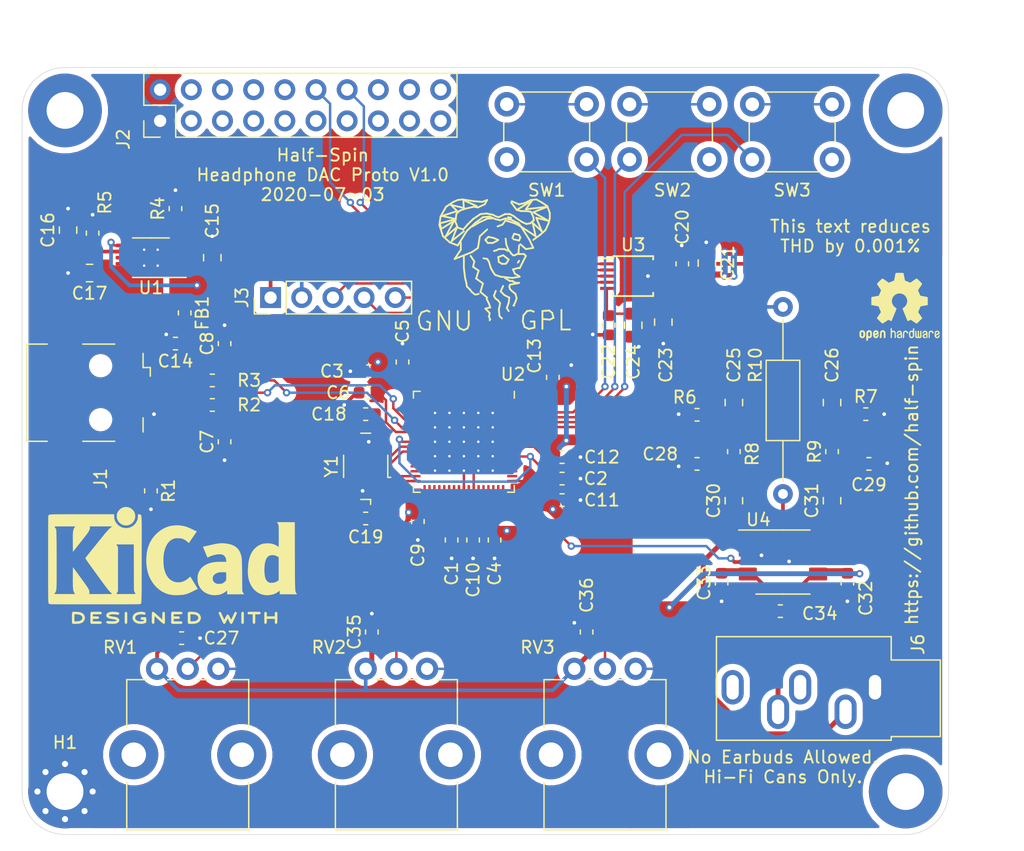
<source format=kicad_pcb>
(kicad_pcb (version 20171130) (host pcbnew "(5.1.6)-1")
  (layers (0 F.Cu mixed) (31 B.Cu mixed) (35 F.Paste user) (37 F.SilkS user) (38 B.Mask user) (39 F.Mask user) (44 Edge.Cuts user))
  (net 0 "")
  (net 1 GND)
  (net 2 /vcca)
  (net 3 /vccd)
  (net 4 +3V3)
  (net 5 /usb_d+)
  (net 6 /usb_d-)
  (net 7 /usb_vbus)
  (net 8 +5V)
  (net 9 "Net-(C16-Pad1)")
  (net 10 /xo)
  (net 11 /xi)
  (net 12 "Net-(C22-Pad1)")
  (net 13 "Net-(C23-Pad2)")
  (net 14 "Net-(C25-Pad2)")
  (net 15 "Net-(C25-Pad1)")
  (net 16 "Net-(C26-Pad2)")
  (net 17 "Net-(C26-Pad1)")
  (net 18 /dac_l)
  (net 19 /dac_r)
  (net 20 "Net-(C30-Pad1)")
  (net 21 "Net-(C31-Pad1)")
  (net 22 "Net-(C33-Pad2)")
  (net 23 "Net-(C34-Pad2)")
  (net 24 "Net-(C34-Pad1)")
  (net 25 "Net-(J1-Pad4)")
  (net 26 "Net-(J1-Pad3)")
  (net 27 "Net-(J1-Pad2)")
  (net 28 "Net-(J1-Pad6)")
  (net 29 "Net-(J2-Pad20)")
  (net 30 "Net-(J2-Pad19)")
  (net 31 "Net-(J2-Pad18)")
  (net 32 "Net-(J2-Pad17)")
  (net 33 /bt_gp5)
  (net 34 /bt_gp4)
  (net 35 /bt_tx)
  (net 36 /bt_cts)
  (net 37 /bt_rx)
  (net 38 /bt_rts)
  (net 39 /bt_gp3)
  (net 40 "Net-(J2-Pad9)")
  (net 41 /bt_gp2)
  (net 42 /bt_rst)
  (net 43 "Net-(J2-Pad6)")
  (net 44 /bt_gp7)
  (net 45 "Net-(J2-Pad4)")
  (net 46 /bt_gp6)
  (net 47 /xres)
  (net 48 /i2s_mck)
  (net 49 /i2s_lrck)
  (net 50 /i2s_sck)
  (net 51 "Net-(J6-PadR)")
  (net 52 "Net-(J6-PadT)")
  (net 53 "Net-(R4-Pad1)")
  (net 54 "Net-(R10-Pad1)")
  (net 55 /a0)
  (net 56 /a1)
  (net 57 /a2)
  (net 58 "Net-(U1-Pad4)")
  (net 59 "Net-(U2-Pad60)")
  (net 60 "Net-(U2-Pad56)")
  (net 61 "Net-(U2-Pad55)")
  (net 62 "Net-(U2-Pad54)")
  (net 63 /i2s_sdo)
  (net 64 /~mute~)
  (net 65 "Net-(U2-Pad46)")
  (net 66 "Net-(U2-Pad41)")
  (net 67 "Net-(U2-Pad40)")
  (net 68 "Net-(U2-Pad39)")
  (net 69 "Net-(U2-Pad38)")
  (net 70 "Net-(U2-Pad32)")
  (net 71 "Net-(U2-Pad31)")
  (net 72 "Net-(U2-Pad30)")
  (net 73 "Net-(U2-Pad29)")
  (net 74 "Net-(U2-Pad21)")
  (net 75 "Net-(U2-Pad20)")
  (net 76 "Net-(U2-Pad19)")
  (net 77 "Net-(U2-Pad18)")
  (net 78 "Net-(U2-Pad16)")
  (net 79 "Net-(U2-Pad13)")
  (net 80 "Net-(U2-Pad6)")
  (net 81 "Net-(U4-Pad7)")
  (net 82 "Net-(H2-Pad1)")
  (net 83 "Net-(H3-Pad1)")
  (net 84 "Net-(H4-Pad1)")
  (net 85 /sw1)
  (net 86 /sw2)
  (net 87 /sw3)
  (net 88 "Net-(U2-Pad53)")
  (net 89 "Net-(U2-Pad51)")
  (net 90 "Net-(U2-Pad50)")
  (net 91 "Net-(U2-Pad49)")
  (net 92 "Net-(U2-Pad48)")
  (net 93 "Net-(U4-Pad8)")
  (net 94 /as)
  (net 95 "Net-(U2-Pad62)")
  (net 96 "Net-(U2-Pad61)")
  (net 97 /swdio)
  (net 98 /swdck)
  (net 99 "Net-(U2-Pad15)")
  (net 100 "Net-(U2-Pad14)")
  (module Fiducial:Fiducial_0.5mm_Mask1.5mm (layer F.Cu) (at 127.5 102.75)
    (fp_text reference FID3 hide)
    (fp_text value ~)
    (pad "" smd circle (at 0 0) (size 0.5 0.5) (layers F.Cu F.Mask) (clearance 0.5))
  )
  (module Fiducial:Fiducial_0.5mm_Mask1.5mm (layer F.Cu) (at 159 131.5)
    (fp_text reference FID2 hide)
    (fp_text value ~)
    (pad "" smd circle (at 0 0) (size 0.5 0.5) (layers F.Cu F.Mask) (clearance 0.5))
  )
  (module Fiducial:Fiducial_0.5mm_Mask1.5mm (layer F.Cu) (at 93 139.75)
    (fp_text reference FID1 hide)
    (fp_text value ~)
    (pad "" smd circle (at 0 0) (size 0.5 0.5) (layers F.Cu F.Mask) (clearance 0.5))
  )
  (module Symbol:Symbol_GNU-Logo_SilkscreenTop (layer F.Cu) (at 127.25 107)
    (fp_text reference REF** hide)
    (fp_text value Symbol_GNU-Logo_SilkscreenTop)
  )
  (module Symbol:OSHW-Logo2_7.3x6mm_SilkScreen (layer F.Cu) (at 160 112)
    (fp_text reference REF** hide)
    (fp_text value OSHW-Logo2_7.3x6mm_SilkScreen hide)
  )
  (module Symbol:KiCad-Logo2_8mm_SilkScreen (layer F.Cu) (at 100.75 132.25)
    (fp_text reference REF** hide)
    (fp_text value KiCad-Logo2_8mm_SilkScreen hide)
  )
  (module Connector_PinHeader_2.54mm:PinHeader_1x05_P2.54mm_Vertical (layer F.Cu) (at 108.75 111.25 90)
    (fp_text reference J3 (at 0 -2.33 90) (layer F.SilkS))
    (fp_text value Conn_01x05_Male)
    (pad 5 thru_hole oval (at 0 10.16 90) (size 1.7 1.7) (drill 1) (layers *.Cu *.Mask) (net 97 /swdio))
    (pad 4 thru_hole oval (at 0 7.62 90) (size 1.7 1.7) (drill 1) (layers *.Cu *.Mask) (net 98 /swdck))
    (pad 3 thru_hole oval (at 0 5.08 90) (size 1.7 1.7) (drill 1) (layers *.Cu *.Mask) (net 47 /xres))
    (pad 2 thru_hole oval (at 0 2.54 90) (size 1.7 1.7) (drill 1) (layers *.Cu *.Mask) (net 1 GND))
    (pad 1 thru_hole rect (at 0 0 90) (size 1.7 1.7) (drill 1) (layers *.Cu *.Mask) (net 4 +3V3))
  )
  (module Connector_USB:USB_Mini-B_Wuerth_65100516121_Horizontal (layer F.Cu) (at 94.9 119 270)
    (fp_text reference J1 (at 7 0 90) (layer F.SilkS))
    (fp_text value USB_B_Mini)
    (pad "" np_thru_hole circle (at 2.2 0 270) (size 0.9 0.9) (drill 0.9) (layers *.Cu *.Mask))
    (pad "" np_thru_hole circle (at -2.2 0 270) (size 0.9 0.9) (drill 0.9) (layers *.Cu *.Mask))
    (pad 5 smd rect (at 1.6 -2.6 270) (size 0.5 2.5) (layers F.Cu F.Paste F.Mask) (net 1 GND))
    (pad 4 smd rect (at 0.8 -2.6 270) (size 0.5 2.5) (layers F.Cu F.Paste F.Mask) (net 25 "Net-(J1-Pad4)"))
    (pad 3 smd rect (at 0 -2.6 270) (size 0.5 2.5) (layers F.Cu F.Paste F.Mask) (net 26 "Net-(J1-Pad3)"))
    (pad 2 smd rect (at -0.8 -2.6 270) (size 0.5 2.5) (layers F.Cu F.Paste F.Mask) (net 27 "Net-(J1-Pad2)"))
    (pad 1 smd rect (at -1.6 -2.6 270) (size 0.5 2.5) (layers F.Cu F.Paste F.Mask) (net 7 /usb_vbus))
    (pad 6 smd rect (at 4.4 -2.6 270) (size 2 2.5) (layers F.Cu F.Paste F.Mask) (net 28 "Net-(J1-Pad6)"))
    (pad 6 smd rect (at -4.4 -2.6 270) (size 2 2.5) (layers F.Cu F.Paste F.Mask))
    (pad 6 smd rect (at 4.4 2.9 270) (size 2 2.5) (layers F.Cu F.Paste F.Mask))
    (pad 6 smd rect (at -4.4 2.9 270) (size 2 2.5) (layers F.Cu F.Paste F.Mask))
  )
  (module Connector_PinHeader_2.54mm:PinHeader_2x10_P2.54mm_Vertical (layer F.Cu) (at 99.75 96.85 90)
    (fp_text reference J2 (at -1.5 -3 90) (layer F.SilkS))
    (fp_text value Bluetooth)
    (pad 20 thru_hole oval (at 2.54 22.86 90) (size 1.7 1.7) (drill 1) (layers *.Cu *.Mask) (net 29 "Net-(J2-Pad20)"))
    (pad 19 thru_hole oval (at 0 22.86 90) (size 1.7 1.7) (drill 1) (layers *.Cu *.Mask) (net 30 "Net-(J2-Pad19)"))
    (pad 18 thru_hole oval (at 2.54 20.32 90) (size 1.7 1.7) (drill 1) (layers *.Cu *.Mask) (net 31 "Net-(J2-Pad18)"))
    (pad 17 thru_hole oval (at 0 20.32 90) (size 1.7 1.7) (drill 1) (layers *.Cu *.Mask) (net 32 "Net-(J2-Pad17)"))
    (pad 16 thru_hole oval (at 2.54 17.78 90) (size 1.7 1.7) (drill 1) (layers *.Cu *.Mask) (net 33 /bt_gp5))
    (pad 15 thru_hole oval (at 0 17.78 90) (size 1.7 1.7) (drill 1) (layers *.Cu *.Mask) (net 34 /bt_gp4))
    (pad 14 thru_hole oval (at 2.54 15.24 90) (size 1.7 1.7) (drill 1) (layers *.Cu *.Mask) (net 35 /bt_tx))
    (pad 13 thru_hole oval (at 0 15.24 90) (size 1.7 1.7) (drill 1) (layers *.Cu *.Mask) (net 36 /bt_cts))
    (pad 12 thru_hole oval (at 2.54 12.7 90) (size 1.7 1.7) (drill 1) (layers *.Cu *.Mask) (net 37 /bt_rx))
    (pad 11 thru_hole oval (at 0 12.7 90) (size 1.7 1.7) (drill 1) (layers *.Cu *.Mask) (net 38 /bt_rts))
    (pad 10 thru_hole oval (at 2.54 10.16 90) (size 1.7 1.7) (drill 1) (layers *.Cu *.Mask) (net 39 /bt_gp3))
    (pad 9 thru_hole oval (at 0 10.16 90) (size 1.7 1.7) (drill 1) (layers *.Cu *.Mask) (net 40 "Net-(J2-Pad9)"))
    (pad 8 thru_hole oval (at 2.54 7.62 90) (size 1.7 1.7) (drill 1) (layers *.Cu *.Mask) (net 41 /bt_gp2))
    (pad 7 thru_hole oval (at 0 7.62 90) (size 1.7 1.7) (drill 1) (layers *.Cu *.Mask) (net 42 /bt_rst))
    (pad 6 thru_hole oval (at 2.54 5.08 90) (size 1.7 1.7) (drill 1) (layers *.Cu *.Mask) (net 43 "Net-(J2-Pad6)"))
    (pad 5 thru_hole oval (at 0 5.08 90) (size 1.7 1.7) (drill 1) (layers *.Cu *.Mask) (net 44 /bt_gp7))
    (pad 4 thru_hole oval (at 2.54 2.54 90) (size 1.7 1.7) (drill 1) (layers *.Cu *.Mask) (net 45 "Net-(J2-Pad4)"))
    (pad 3 thru_hole oval (at 0 2.54 90) (size 1.7 1.7) (drill 1) (layers *.Cu *.Mask) (net 46 /bt_gp6))
    (pad 2 thru_hole oval (at 2.54 0 90) (size 1.7 1.7) (drill 1) (layers *.Cu *.Mask) (net 4 +3V3))
    (pad 1 thru_hole rect (at 0 0 90) (size 1.7 1.7) (drill 1) (layers *.Cu *.Mask) (net 1 GND))
  )
  (module Package_SO:TSSOP-14_4.4x5mm_P0.65mm (layer F.Cu) (at 150.5 132.8)
    (fp_text reference U4 (at -2 -3.45) (layer F.SilkS))
    (fp_text value TPA6139A2)
    (pad 14 smd roundrect (at 2.8625 -1.95) (size 1.475 0.4) (layers F.Cu F.Paste F.Mask) (net 21 "Net-(C31-Pad1)"))
    (pad 13 smd roundrect (at 2.8625 -1.3) (size 1.475 0.4) (layers F.Cu F.Paste F.Mask) (net 51 "Net-(J6-PadR)"))
    (pad 12 smd roundrect (at 2.8625 -0.65) (size 1.475 0.4) (layers F.Cu F.Paste F.Mask) (net 54 "Net-(R10-Pad1)"))
    (pad 11 smd roundrect (at 2.8625 0) (size 1.475 0.4) (layers F.Cu F.Paste F.Mask) (net 1 GND))
    (pad 10 smd roundrect (at 2.8625 0.65) (size 1.475 0.4) (layers F.Cu F.Paste F.Mask) (net 4 +3V3))
    (pad 9 smd roundrect (at 2.8625 1.3) (size 1.475 0.4) (layers F.Cu F.Paste F.Mask) (net 24 "Net-(C34-Pad1)"))
    (pad 8 smd roundrect (at 2.8625 1.95) (size 1.475 0.4) (layers F.Cu F.Paste F.Mask) (net 93 "Net-(U4-Pad8)"))
    (pad 7 smd roundrect (at -2.8625 1.95) (size 1.475 0.4) (layers F.Cu F.Paste F.Mask) (net 81 "Net-(U4-Pad7)"))
    (pad 6 smd roundrect (at -2.8625 1.3) (size 1.475 0.4) (layers F.Cu F.Paste F.Mask) (net 23 "Net-(C34-Pad2)"))
    (pad 5 smd roundrect (at -2.8625 0.65) (size 1.475 0.4) (layers F.Cu F.Paste F.Mask) (net 22 "Net-(C33-Pad2)"))
    (pad 4 smd roundrect (at -2.8625 0) (size 1.475 0.4) (layers F.Cu F.Paste F.Mask) (net 64 /~mute~))
    (pad 3 smd roundrect (at -2.8625 -0.65) (size 1.475 0.4) (layers F.Cu F.Paste F.Mask) (net 1 GND))
    (pad 2 smd roundrect (at -2.8625 -1.3) (size 1.475 0.4) (layers F.Cu F.Paste F.Mask) (net 52 "Net-(J6-PadT)"))
    (pad 1 smd roundrect (at -2.8625 -1.95) (size 1.475 0.4) (layers F.Cu F.Paste F.Mask) (net 20 "Net-(C30-Pad1)"))
  )
  (module Package_SO:MSOP-10-1EP_3x3mm_P0.5mm_EP1.68x1.88mm_ThermalVias (layer F.Cu) (at 99 108 180)
    (fp_text reference U1 (at 0 -2.45) (layer F.SilkS))
    (fp_text value LT3042xMSE)
    (pad 11 smd rect (at 0 0 180) (size 1.6 1.8) (layers B.Cu) (net 1 GND))
    (pad 11 thru_hole circle (at 0.55 0.65 180) (size 0.5 0.5) (drill 0.2) (layers *.Cu) (net 1 GND))
    (pad 11 thru_hole circle (at -0.55 0.65 180) (size 0.5 0.5) (drill 0.2) (layers *.Cu) (net 1 GND))
    (pad 11 thru_hole circle (at 0.55 -0.65 180) (size 0.5 0.5) (drill 0.2) (layers *.Cu) (net 1 GND))
    (pad 11 thru_hole circle (at -0.55 -0.65 180) (size 0.5 0.5) (drill 0.2) (layers *.Cu) (net 1 GND))
    (pad 11 smd rect (at 0 0 180) (size 1.68 1.88) (layers F.Cu F.Mask) (net 1 GND))
    (pad 10 smd roundrect (at 2.15 -1 180) (size 1.45 0.3) (layers F.Cu F.Paste F.Mask) (net 4 +3V3))
    (pad 9 smd roundrect (at 2.15 -0.5 180) (size 1.45 0.3) (layers F.Cu F.Paste F.Mask) (net 4 +3V3))
    (pad 8 smd roundrect (at 2.15 0 180) (size 1.45 0.3) (layers F.Cu F.Paste F.Mask) (net 1 GND))
    (pad 7 smd roundrect (at 2.15 0.5 180) (size 1.45 0.3) (layers F.Cu F.Paste F.Mask) (net 9 "Net-(C16-Pad1)"))
    (pad 6 smd roundrect (at 2.15 1 180) (size 1.45 0.3) (layers F.Cu F.Paste F.Mask) (net 8 +5V))
    (pad 5 smd roundrect (at -2.15 1 180) (size 1.45 0.3) (layers F.Cu F.Paste F.Mask) (net 53 "Net-(R4-Pad1)"))
    (pad 4 smd roundrect (at -2.15 0.5 180) (size 1.45 0.3) (layers F.Cu F.Paste F.Mask) (net 58 "Net-(U1-Pad4)"))
    (pad 3 smd roundrect (at -2.15 0 180) (size 1.45 0.3) (layers F.Cu F.Paste F.Mask) (net 8 +5V))
    (pad 2 smd roundrect (at -2.15 -0.5 180) (size 1.45 0.3) (layers F.Cu F.Paste F.Mask) (net 8 +5V))
    (pad 1 smd roundrect (at -2.15 -1 180) (size 1.45 0.3) (layers F.Cu F.Paste F.Mask) (net 8 +5V))
  )
  (module Button_Switch_THT:SW_PUSH_6mm_H13mm (layer F.Cu) (at 154.5 100 180)
    (fp_text reference SW3 (at 3.25 -2.5) (layer F.SilkS))
    (fp_text value ~)
    (pad 1 thru_hole circle (at 6.5 0 270) (size 2 2) (drill 1.1) (layers *.Cu *.Mask) (net 87 /sw3))
    (pad 2 thru_hole circle (at 6.5 4.5 270) (size 2 2) (drill 1.1) (layers *.Cu *.Mask) (net 1 GND))
    (pad 1 thru_hole circle (at 0 0 270) (size 2 2) (drill 1.1) (layers *.Cu *.Mask))
    (pad 2 thru_hole circle (at 0 4.5 270) (size 2 2) (drill 1.1) (layers *.Cu *.Mask) (net 1 GND))
  )
  (module Button_Switch_THT:SW_PUSH_6mm_H13mm (layer F.Cu) (at 138 95.5)
    (fp_text reference SW2 (at 3.5 7) (layer F.SilkS))
    (fp_text value ~)
    (pad 1 thru_hole circle (at 6.5 0 90) (size 2 2) (drill 1.1) (layers *.Cu *.Mask) (net 1 GND))
    (pad 2 thru_hole circle (at 6.5 4.5 90) (size 2 2) (drill 1.1) (layers *.Cu *.Mask))
    (pad 1 thru_hole circle (at 0 0 90) (size 2 2) (drill 1.1) (layers *.Cu *.Mask) (net 1 GND))
    (pad 2 thru_hole circle (at 0 4.5 90) (size 2 2) (drill 1.1) (layers *.Cu *.Mask) (net 86 /sw2))
  )
  (module Button_Switch_THT:SW_PUSH_6mm_H13mm (layer F.Cu) (at 134.5 100 180)
    (fp_text reference SW1 (at 3.25 -2.5) (layer F.SilkS))
    (fp_text value ~)
    (pad 1 thru_hole circle (at 6.5 0 270) (size 2 2) (drill 1.1) (layers *.Cu *.Mask))
    (pad 2 thru_hole circle (at 6.5 4.5 270) (size 2 2) (drill 1.1) (layers *.Cu *.Mask) (net 1 GND))
    (pad 1 thru_hole circle (at 0 0 270) (size 2 2) (drill 1.1) (layers *.Cu *.Mask) (net 85 /sw1))
    (pad 2 thru_hole circle (at 0 4.5 270) (size 2 2) (drill 1.1) (layers *.Cu *.Mask) (net 1 GND))
  )
  (module MountingHole:MountingHole_3mm_Pad (layer F.Cu) (at 160.5 151.5)
    (fp_text reference H4 hide)
    (fp_text value ~)
    (pad 1 thru_hole circle (at 0 0) (size 6 6) (drill 3) (layers *.Cu *.Mask) (net 84 "Net-(H4-Pad1)"))
  )
  (module MountingHole:MountingHole_3mm_Pad (layer F.Cu) (at 160.5 96)
    (fp_text reference H3 hide)
    (fp_text value ~)
    (pad 1 thru_hole circle (at 0 0) (size 6 6) (drill 3) (layers *.Cu *.Mask) (net 83 "Net-(H3-Pad1)"))
  )
  (module MountingHole:MountingHole_3mm_Pad (layer F.Cu) (at 92 96)
    (fp_text reference H2 hide)
    (fp_text value ~)
    (pad 1 thru_hole circle (at 0 0) (size 6 6) (drill 3) (layers *.Cu *.Mask) (net 82 "Net-(H2-Pad1)"))
  )
  (module MountingHole:MountingHole_3mm_Pad_Via (layer F.Cu) (at 92 151.5)
    (fp_text reference H1 (at 0 -4) (layer F.SilkS))
    (fp_text value ~)
    (pad 1 thru_hole circle (at 1.59099 -1.59099) (size 0.8 0.8) (drill 0.5) (layers *.Cu *.Mask) (net 1 GND))
    (pad 1 thru_hole circle (at 0 -2.25) (size 0.8 0.8) (drill 0.5) (layers *.Cu *.Mask) (net 1 GND))
    (pad 1 thru_hole circle (at -1.59099 -1.59099) (size 0.8 0.8) (drill 0.5) (layers *.Cu *.Mask) (net 1 GND))
    (pad 1 thru_hole circle (at -2.25 0) (size 0.8 0.8) (drill 0.5) (layers *.Cu *.Mask) (net 1 GND))
    (pad 1 thru_hole circle (at -1.59099 1.59099) (size 0.8 0.8) (drill 0.5) (layers *.Cu *.Mask) (net 1 GND))
    (pad 1 thru_hole circle (at 0 2.25) (size 0.8 0.8) (drill 0.5) (layers *.Cu *.Mask) (net 1 GND))
    (pad 1 thru_hole circle (at 1.59099 1.59099) (size 0.8 0.8) (drill 0.5) (layers *.Cu *.Mask) (net 1 GND))
    (pad 1 thru_hole circle (at 2.25 0) (size 0.8 0.8) (drill 0.5) (layers *.Cu *.Mask) (net 1 GND))
    (pad 1 thru_hole circle (at 0 0) (size 6 6) (drill 3) (layers *.Cu *.Mask) (net 1 GND))
  )
  (module Capacitor_SMD:C_0603_1608Metric (layer F.Cu) (at 134.5 138.5 90)
    (fp_text reference C36 (at 3 0 90) (layer F.SilkS))
    (fp_text value 1uF)
    (pad 2 smd roundrect (at 0.7875 0 90) (size 0.875 0.95) (layers F.Cu F.Paste F.Mask) (net 1 GND))
    (pad 1 smd roundrect (at -0.7875 0 90) (size 0.875 0.95) (layers F.Cu F.Paste F.Mask) (net 94 /as))
  )
  (module Capacitor_SMD:C_0603_1608Metric (layer F.Cu) (at 117 138.5 90)
    (fp_text reference C35 (at 0 -1.43 90) (layer F.SilkS))
    (fp_text value 1uF)
    (pad 2 smd roundrect (at 0.7875 0 90) (size 0.875 0.95) (layers F.Cu F.Paste F.Mask) (net 1 GND))
    (pad 1 smd roundrect (at -0.7875 0 90) (size 0.875 0.95) (layers F.Cu F.Paste F.Mask) (net 94 /as))
  )
  (module Potentiometer_THT:Potentiometer_Bourns_PTV09A-1_Single_Vertical (layer F.Cu) (at 133.5 141.5 270)
    (fp_text reference RV3 (at -1.75 3 180) (layer F.SilkS))
    (fp_text value 100k)
    (pad "" np_thru_hole circle (at 7 1.9 270) (size 4 4) (drill 2) (layers *.Cu *.Mask))
    (pad "" np_thru_hole circle (at 7 -6.9 270) (size 4 4) (drill 2) (layers *.Cu *.Mask))
    (pad 1 thru_hole circle (at 0 0 270) (size 1.8 1.8) (drill 1) (layers *.Cu *.Mask) (net 94 /as))
    (pad 2 thru_hole circle (at 0 -2.5 270) (size 1.8 1.8) (drill 1) (layers *.Cu *.Mask) (net 57 /a2))
    (pad 3 thru_hole circle (at 0 -5 270) (size 1.8 1.8) (drill 1) (layers *.Cu *.Mask) (net 1 GND))
  )
  (module Potentiometer_THT:Potentiometer_Bourns_PTV09A-1_Single_Vertical (layer F.Cu) (at 116.5 141.5 270)
    (fp_text reference RV2 (at -1.75 3 180) (layer F.SilkS))
    (fp_text value 100k)
    (pad "" np_thru_hole circle (at 7 1.9 270) (size 4 4) (drill 2) (layers *.Cu *.Mask))
    (pad "" np_thru_hole circle (at 7 -6.9 270) (size 4 4) (drill 2) (layers *.Cu *.Mask))
    (pad 1 thru_hole circle (at 0 0 270) (size 1.8 1.8) (drill 1) (layers *.Cu *.Mask) (net 94 /as))
    (pad 2 thru_hole circle (at 0 -2.5 270) (size 1.8 1.8) (drill 1) (layers *.Cu *.Mask) (net 56 /a1))
    (pad 3 thru_hole circle (at 0 -5 270) (size 1.8 1.8) (drill 1) (layers *.Cu *.Mask) (net 1 GND))
  )
  (module Potentiometer_THT:Potentiometer_Bourns_PTV09A-1_Single_Vertical (layer F.Cu) (at 99.5 141.5 270)
    (fp_text reference RV1 (at -1.75 3 180) (layer F.SilkS))
    (fp_text value 100k)
    (pad "" np_thru_hole circle (at 7 1.9 270) (size 4 4) (drill 2) (layers *.Cu *.Mask))
    (pad "" np_thru_hole circle (at 7 -6.9 270) (size 4 4) (drill 2) (layers *.Cu *.Mask))
    (pad 1 thru_hole circle (at 0 0 270) (size 1.8 1.8) (drill 1) (layers *.Cu *.Mask) (net 94 /as))
    (pad 2 thru_hole circle (at 0 -2.5 270) (size 1.8 1.8) (drill 1) (layers *.Cu *.Mask) (net 55 /a0))
    (pad 3 thru_hole circle (at 0 -5 270) (size 1.8 1.8) (drill 1) (layers *.Cu *.Mask) (net 1 GND))
  )
  (module Crystal:Crystal_SMD_Abracon_ABM3B-4Pin_5.0x3.2mm (layer F.Cu) (at 116.5 125 90)
    (fp_text reference Y1 (at 0 -2.8 90) (layer F.SilkS))
    (fp_text value 12.288MHz)
    (pad 4 smd rect (at -2 -1.2 90) (size 1.8 1.2) (layers F.Cu F.Paste F.Mask) (net 1 GND))
    (pad 3 smd rect (at 2 -1.2 90) (size 1.8 1.2) (layers F.Cu F.Paste F.Mask) (net 10 /xo))
    (pad 2 smd rect (at 2 1.2 90) (size 1.8 1.2) (layers F.Cu F.Paste F.Mask) (net 1 GND))
    (pad 1 smd rect (at -2 1.2 90) (size 1.8 1.2) (layers F.Cu F.Paste F.Mask) (net 11 /xi))
  )
  (module Package_SO:TSSOP-10_3x3mm_P0.5mm (layer F.Cu) (at 138.3 109.5)
    (fp_text reference U3 (at 0 -2.55) (layer F.SilkS))
    (fp_text value CS4344)
    (pad 10 smd rect (at 2.15 -1) (size 1.1 0.25) (layers F.Cu F.Paste F.Mask) (net 16 "Net-(C26-Pad2)"))
    (pad 9 smd rect (at 2.15 -0.5) (size 1.1 0.25) (layers F.Cu F.Paste F.Mask) (net 4 +3V3))
    (pad 8 smd rect (at 2.15 0) (size 1.1 0.25) (layers F.Cu F.Paste F.Mask) (net 1 GND))
    (pad 7 smd rect (at 2.15 0.5) (size 1.1 0.25) (layers F.Cu F.Paste F.Mask) (net 14 "Net-(C25-Pad2)"))
    (pad 6 smd rect (at 2.15 1) (size 1.1 0.25) (layers F.Cu F.Paste F.Mask) (net 13 "Net-(C23-Pad2)"))
    (pad 5 smd rect (at -2.15 1) (size 1.1 0.25) (layers F.Cu F.Paste F.Mask) (net 12 "Net-(C22-Pad1)"))
    (pad 4 smd rect (at -2.15 0.5) (size 1.1 0.25) (layers F.Cu F.Paste F.Mask) (net 48 /i2s_mck))
    (pad 3 smd rect (at -2.15 0) (size 1.1 0.25) (layers F.Cu F.Paste F.Mask) (net 49 /i2s_lrck))
    (pad 2 smd rect (at -2.15 -0.5) (size 1.1 0.25) (layers F.Cu F.Paste F.Mask) (net 50 /i2s_sck))
    (pad 1 smd rect (at -2.15 -1) (size 1.1 0.25) (layers F.Cu F.Paste F.Mask) (net 63 /i2s_sdo))
  )
  (module Package_DFN_QFN:QFN-68-1EP_8x8mm_P0.4mm_EP5.2x5.2mm_ThermalVias (layer F.Cu) (at 124.5 123 270)
    (fp_text reference U2 (at -5.5 -4) (layer F.SilkS))
    (fp_text value CY8C5888LTI-LP097)
    (pad 69 smd rect (at 0 0 270) (size 5.2 5.2) (layers B.Cu) (net 1 GND))
    (pad 69 thru_hole circle (at 2.35 2.35 270) (size 0.5 0.5) (drill 0.2) (layers *.Cu) (net 1 GND))
    (pad 69 thru_hole circle (at 1.175 2.35 270) (size 0.5 0.5) (drill 0.2) (layers *.Cu) (net 1 GND))
    (pad 69 thru_hole circle (at 0 2.35 270) (size 0.5 0.5) (drill 0.2) (layers *.Cu) (net 1 GND))
    (pad 69 thru_hole circle (at -1.175 2.35 270) (size 0.5 0.5) (drill 0.2) (layers *.Cu) (net 1 GND))
    (pad 69 thru_hole circle (at -2.35 2.35 270) (size 0.5 0.5) (drill 0.2) (layers *.Cu) (net 1 GND))
    (pad 69 thru_hole circle (at 2.35 1.175 270) (size 0.5 0.5) (drill 0.2) (layers *.Cu) (net 1 GND))
    (pad 69 thru_hole circle (at 1.175 1.175 270) (size 0.5 0.5) (drill 0.2) (layers *.Cu) (net 1 GND))
    (pad 69 thru_hole circle (at 0 1.175 270) (size 0.5 0.5) (drill 0.2) (layers *.Cu) (net 1 GND))
    (pad 69 thru_hole circle (at -1.175 1.175 270) (size 0.5 0.5) (drill 0.2) (layers *.Cu) (net 1 GND))
    (pad 69 thru_hole circle (at -2.35 1.175 270) (size 0.5 0.5) (drill 0.2) (layers *.Cu) (net 1 GND))
    (pad 69 thru_hole circle (at 2.35 0 270) (size 0.5 0.5) (drill 0.2) (layers *.Cu) (net 1 GND))
    (pad 69 thru_hole circle (at 1.175 0 270) (size 0.5 0.5) (drill 0.2) (layers *.Cu) (net 1 GND))
    (pad 69 thru_hole circle (at 0 0 270) (size 0.5 0.5) (drill 0.2) (layers *.Cu) (net 1 GND))
    (pad 69 thru_hole circle (at -1.175 0 270) (size 0.5 0.5) (drill 0.2) (layers *.Cu) (net 1 GND))
    (pad 69 thru_hole circle (at -2.35 0 270) (size 0.5 0.5) (drill 0.2) (layers *.Cu) (net 1 GND))
    (pad 69 thru_hole circle (at 2.35 -1.175 270) (size 0.5 0.5) (drill 0.2) (layers *.Cu) (net 1 GND))
    (pad 69 thru_hole circle (at 1.175 -1.175 270) (size 0.5 0.5) (drill 0.2) (layers *.Cu) (net 1 GND))
    (pad 69 thru_hole circle (at 0 -1.175 270) (size 0.5 0.5) (drill 0.2) (layers *.Cu) (net 1 GND))
    (pad 69 thru_hole circle (at -1.175 -1.175 270) (size 0.5 0.5) (drill 0.2) (layers *.Cu) (net 1 GND))
    (pad 69 thru_hole circle (at -2.35 -1.175 270) (size 0.5 0.5) (drill 0.2) (layers *.Cu) (net 1 GND))
    (pad 69 thru_hole circle (at 2.35 -2.35 270) (size 0.5 0.5) (drill 0.2) (layers *.Cu) (net 1 GND))
    (pad 69 thru_hole circle (at 1.175 -2.35 270) (size 0.5 0.5) (drill 0.2) (layers *.Cu) (net 1 GND))
    (pad 69 thru_hole circle (at 0 -2.35 270) (size 0.5 0.5) (drill 0.2) (layers *.Cu) (net 1 GND))
    (pad 69 thru_hole circle (at -1.175 -2.35 270) (size 0.5 0.5) (drill 0.2) (layers *.Cu) (net 1 GND))
    (pad 69 thru_hole circle (at -2.35 -2.35 270) (size 0.5 0.5) (drill 0.2) (layers *.Cu) (net 1 GND))
    (pad 69 smd rect (at 0 0 270) (size 5.2 5.2) (layers F.Cu F.Mask) (net 1 GND))
    (pad 68 smd roundrect (at -3.2 -3.9375 270) (size 0.2 0.825) (layers F.Cu F.Paste F.Mask) (net 49 /i2s_lrck))
    (pad 67 smd roundrect (at -2.8 -3.9375 270) (size 0.2 0.825) (layers F.Cu F.Paste F.Mask) (net 4 +3V3))
    (pad 66 smd roundrect (at -2.4 -3.9375 270) (size 0.2 0.825) (layers F.Cu F.Paste F.Mask) (net 48 /i2s_mck))
    (pad 65 smd roundrect (at -2 -3.9375 270) (size 0.2 0.825) (layers F.Cu F.Paste F.Mask) (net 85 /sw1))
    (pad 64 smd roundrect (at -1.6 -3.9375 270) (size 0.2 0.825) (layers F.Cu F.Paste F.Mask) (net 86 /sw2))
    (pad 63 smd roundrect (at -1.2 -3.9375 270) (size 0.2 0.825) (layers F.Cu F.Paste F.Mask) (net 87 /sw3))
    (pad 62 smd roundrect (at -0.8 -3.9375 270) (size 0.2 0.825) (layers F.Cu F.Paste F.Mask) (net 95 "Net-(U2-Pad62)"))
    (pad 61 smd roundrect (at -0.4 -3.9375 270) (size 0.2 0.825) (layers F.Cu F.Paste F.Mask) (net 96 "Net-(U2-Pad61)"))
    (pad 60 smd roundrect (at 0 -3.9375 270) (size 0.2 0.825) (layers F.Cu F.Paste F.Mask) (net 59 "Net-(U2-Pad60)"))
    (pad 59 smd roundrect (at 0.4 -3.9375 270) (size 0.2 0.825) (layers F.Cu F.Paste F.Mask) (net 4 +3V3))
    (pad 58 smd roundrect (at 0.8 -3.9375 270) (size 0.2 0.825) (layers F.Cu F.Paste F.Mask) (net 1 GND))
    (pad 57 smd roundrect (at 1.2 -3.9375 270) (size 0.2 0.825) (layers F.Cu F.Paste F.Mask) (net 3 /vccd))
    (pad 56 smd roundrect (at 1.6 -3.9375 270) (size 0.2 0.825) (layers F.Cu F.Paste F.Mask) (net 60 "Net-(U2-Pad56)"))
    (pad 55 smd roundrect (at 2 -3.9375 270) (size 0.2 0.825) (layers F.Cu F.Paste F.Mask) (net 61 "Net-(U2-Pad55)"))
    (pad 54 smd roundrect (at 2.4 -3.9375 270) (size 0.2 0.825) (layers F.Cu F.Paste F.Mask) (net 62 "Net-(U2-Pad54)"))
    (pad 53 smd roundrect (at 2.8 -3.9375 270) (size 0.2 0.825) (layers F.Cu F.Paste F.Mask) (net 88 "Net-(U2-Pad53)"))
    (pad 52 smd roundrect (at 3.2 -3.9375 270) (size 0.2 0.825) (layers F.Cu F.Paste F.Mask) (net 4 +3V3))
    (pad 51 smd roundrect (at 3.9375 -3.2 270) (size 0.825 0.2) (layers F.Cu F.Paste F.Mask) (net 89 "Net-(U2-Pad51)"))
    (pad 50 smd roundrect (at 3.9375 -2.8 270) (size 0.825 0.2) (layers F.Cu F.Paste F.Mask) (net 90 "Net-(U2-Pad50)"))
    (pad 49 smd roundrect (at 3.9375 -2.4 270) (size 0.825 0.2) (layers F.Cu F.Paste F.Mask) (net 91 "Net-(U2-Pad49)"))
    (pad 48 smd roundrect (at 3.9375 -2 270) (size 0.825 0.2) (layers F.Cu F.Paste F.Mask) (net 92 "Net-(U2-Pad48)"))
    (pad 47 smd roundrect (at 3.9375 -1.6 270) (size 0.825 0.2) (layers F.Cu F.Paste F.Mask) (net 64 /~mute~))
    (pad 46 smd roundrect (at 3.9375 -1.2 270) (size 0.825 0.2) (layers F.Cu F.Paste F.Mask) (net 65 "Net-(U2-Pad46)"))
    (pad 45 smd roundrect (at 3.9375 -0.8 270) (size 0.825 0.2) (layers F.Cu F.Paste F.Mask) (net 1 GND))
    (pad 44 smd roundrect (at 3.9375 -0.4 270) (size 0.825 0.2) (layers F.Cu F.Paste F.Mask) (net 4 +3V3))
    (pad 43 smd roundrect (at 3.9375 0 270) (size 0.825 0.2) (layers F.Cu F.Paste F.Mask) (net 1 GND))
    (pad 42 smd roundrect (at 3.9375 0.4 270) (size 0.825 0.2) (layers F.Cu F.Paste F.Mask) (net 2 /vcca))
    (pad 41 smd roundrect (at 3.9375 0.8 270) (size 0.825 0.2) (layers F.Cu F.Paste F.Mask) (net 66 "Net-(U2-Pad41)"))
    (pad 40 smd roundrect (at 3.9375 1.2 270) (size 0.825 0.2) (layers F.Cu F.Paste F.Mask) (net 67 "Net-(U2-Pad40)"))
    (pad 39 smd roundrect (at 3.9375 1.6 270) (size 0.825 0.2) (layers F.Cu F.Paste F.Mask) (net 68 "Net-(U2-Pad39)"))
    (pad 38 smd roundrect (at 3.9375 2 270) (size 0.825 0.2) (layers F.Cu F.Paste F.Mask) (net 69 "Net-(U2-Pad38)"))
    (pad 37 smd roundrect (at 3.9375 2.4 270) (size 0.825 0.2) (layers F.Cu F.Paste F.Mask) (net 57 /a2))
    (pad 36 smd roundrect (at 3.9375 2.8 270) (size 0.825 0.2) (layers F.Cu F.Paste F.Mask) (net 56 /a1))
    (pad 35 smd roundrect (at 3.9375 3.2 270) (size 0.825 0.2) (layers F.Cu F.Paste F.Mask) (net 4 +3V3))
    (pad 34 smd roundrect (at 3.2 3.9375 270) (size 0.2 0.825) (layers F.Cu F.Paste F.Mask) (net 55 /a0))
    (pad 33 smd roundrect (at 2.8 3.9375 270) (size 0.2 0.825) (layers F.Cu F.Paste F.Mask) (net 94 /as))
    (pad 32 smd roundrect (at 2.4 3.9375 270) (size 0.2 0.825) (layers F.Cu F.Paste F.Mask) (net 70 "Net-(U2-Pad32)"))
    (pad 31 smd roundrect (at 2 3.9375 270) (size 0.2 0.825) (layers F.Cu F.Paste F.Mask) (net 71 "Net-(U2-Pad31)"))
    (pad 30 smd roundrect (at 1.6 3.9375 270) (size 0.2 0.825) (layers F.Cu F.Paste F.Mask) (net 72 "Net-(U2-Pad30)"))
    (pad 29 smd roundrect (at 1.2 3.9375 270) (size 0.2 0.825) (layers F.Cu F.Paste F.Mask) (net 73 "Net-(U2-Pad29)"))
    (pad 28 smd roundrect (at 0.8 3.9375 270) (size 0.2 0.825) (layers F.Cu F.Paste F.Mask) (net 11 /xi))
    (pad 27 smd roundrect (at 0.4 3.9375 270) (size 0.2 0.825) (layers F.Cu F.Paste F.Mask) (net 10 /xo))
    (pad 26 smd roundrect (at 0 3.9375 270) (size 0.2 0.825) (layers F.Cu F.Paste F.Mask) (net 3 /vccd))
    (pad 25 smd roundrect (at -0.4 3.9375 270) (size 0.2 0.825) (layers F.Cu F.Paste F.Mask) (net 1 GND))
    (pad 24 smd roundrect (at -0.8 3.9375 270) (size 0.2 0.825) (layers F.Cu F.Paste F.Mask) (net 4 +3V3))
    (pad 23 smd roundrect (at -1.2 3.9375 270) (size 0.2 0.825) (layers F.Cu F.Paste F.Mask) (net 6 /usb_d-))
    (pad 22 smd roundrect (at -1.6 3.9375 270) (size 0.2 0.825) (layers F.Cu F.Paste F.Mask) (net 5 /usb_d+))
    (pad 21 smd roundrect (at -2 3.9375 270) (size 0.2 0.825) (layers F.Cu F.Paste F.Mask) (net 74 "Net-(U2-Pad21)"))
    (pad 20 smd roundrect (at -2.4 3.9375 270) (size 0.2 0.825) (layers F.Cu F.Paste F.Mask) (net 75 "Net-(U2-Pad20)"))
    (pad 19 smd roundrect (at -2.8 3.9375 270) (size 0.2 0.825) (layers F.Cu F.Paste F.Mask) (net 76 "Net-(U2-Pad19)"))
    (pad 18 smd roundrect (at -3.2 3.9375 270) (size 0.2 0.825) (layers F.Cu F.Paste F.Mask) (net 77 "Net-(U2-Pad18)"))
    (pad 17 smd roundrect (at -3.9375 3.2 270) (size 0.825 0.2) (layers F.Cu F.Paste F.Mask) (net 4 +3V3))
    (pad 16 smd roundrect (at -3.9375 2.8 270) (size 0.825 0.2) (layers F.Cu F.Paste F.Mask) (net 78 "Net-(U2-Pad16)"))
    (pad 15 smd roundrect (at -3.9375 2.4 270) (size 0.825 0.2) (layers F.Cu F.Paste F.Mask) (net 99 "Net-(U2-Pad15)"))
    (pad 14 smd roundrect (at -3.9375 2 270) (size 0.825 0.2) (layers F.Cu F.Paste F.Mask) (net 100 "Net-(U2-Pad14)"))
    (pad 13 smd roundrect (at -3.9375 1.6 270) (size 0.825 0.2) (layers F.Cu F.Paste F.Mask) (net 79 "Net-(U2-Pad13)"))
    (pad 12 smd roundrect (at -3.9375 1.2 270) (size 0.825 0.2) (layers F.Cu F.Paste F.Mask) (net 98 /swdck))
    (pad 11 smd roundrect (at -3.9375 0.8 270) (size 0.825 0.2) (layers F.Cu F.Paste F.Mask) (net 97 /swdio))
    (pad 10 smd roundrect (at -3.9375 0.4 270) (size 0.825 0.2) (layers F.Cu F.Paste F.Mask) (net 47 /xres))
    (pad 9 smd roundrect (at -3.9375 0 270) (size 0.825 0.2) (layers F.Cu F.Paste F.Mask) (net 1 GND))
    (pad 8 smd roundrect (at -3.9375 -0.4 270) (size 0.825 0.2) (layers F.Cu F.Paste F.Mask) (net 1 GND))
    (pad 7 smd roundrect (at -3.9375 -0.8 270) (size 0.825 0.2) (layers F.Cu F.Paste F.Mask) (net 1 GND))
    (pad 6 smd roundrect (at -3.9375 -1.2 270) (size 0.825 0.2) (layers F.Cu F.Paste F.Mask) (net 80 "Net-(U2-Pad6)"))
    (pad 5 smd roundrect (at -3.9375 -1.6 270) (size 0.825 0.2) (layers F.Cu F.Paste F.Mask) (net 1 GND))
    (pad 4 smd roundrect (at -3.9375 -2 270) (size 0.825 0.2) (layers F.Cu F.Paste F.Mask) (net 37 /bt_rx))
    (pad 3 smd roundrect (at -3.9375 -2.4 270) (size 0.825 0.2) (layers F.Cu F.Paste F.Mask) (net 35 /bt_tx))
    (pad 2 smd roundrect (at -3.9375 -2.8 270) (size 0.825 0.2) (layers F.Cu F.Paste F.Mask) (net 63 /i2s_sdo))
    (pad 1 smd roundrect (at -3.9375 -3.2 270) (size 0.825 0.2) (layers F.Cu F.Paste F.Mask) (net 50 /i2s_sck))
  )
  (module Resistor_THT:R_Axial_DIN0207_L6.3mm_D2.5mm_P15.24mm_Horizontal (layer F.Cu) (at 150.5 127.25 90)
    (fp_text reference R10 (at 10.5 -2.25 90) (layer F.SilkS))
    (fp_text value 82k)
    (pad 2 thru_hole oval (at 15.24 0 90) (size 1.6 1.6) (drill 0.8) (layers *.Cu *.Mask) (net 1 GND))
    (pad 1 thru_hole circle (at 0 0 90) (size 1.6 1.6) (drill 0.8) (layers *.Cu *.Mask) (net 54 "Net-(R10-Pad1)"))
  )
  (module Resistor_SMD:R_0603_1608Metric (layer F.Cu) (at 154.5 123.8 90)
    (fp_text reference R9 (at 0 -1.43 90) (layer F.SilkS))
    (fp_text value 470)
    (pad 2 smd roundrect (at 0.7875 0 90) (size 0.875 0.95) (layers F.Cu F.Paste F.Mask) (net 17 "Net-(C26-Pad1)"))
    (pad 1 smd roundrect (at -0.7875 0 90) (size 0.875 0.95) (layers F.Cu F.Paste F.Mask) (net 19 /dac_r))
  )
  (module Resistor_SMD:R_0603_1608Metric (layer F.Cu) (at 146.5 123.8 90)
    (fp_text reference R8 (at -0.2 1.5 90) (layer F.SilkS))
    (fp_text value 470)
    (pad 2 smd roundrect (at 0.7875 0 90) (size 0.875 0.95) (layers F.Cu F.Paste F.Mask) (net 15 "Net-(C25-Pad1)"))
    (pad 1 smd roundrect (at -0.7875 0 90) (size 0.875 0.95) (layers F.Cu F.Paste F.Mask) (net 18 /dac_l))
  )
  (module Resistor_SMD:R_0603_1608Metric (layer F.Cu) (at 157.25 120.75)
    (fp_text reference R7 (at 0 -1.43) (layer F.SilkS))
    (fp_text value 10k)
    (pad 2 smd roundrect (at 0.7875 0) (size 0.875 0.95) (layers F.Cu F.Paste F.Mask) (net 1 GND))
    (pad 1 smd roundrect (at -0.7875 0) (size 0.875 0.95) (layers F.Cu F.Paste F.Mask) (net 17 "Net-(C26-Pad1)"))
  )
  (module Resistor_SMD:R_0603_1608Metric (layer F.Cu) (at 143.5 120.8)
    (fp_text reference R6 (at -1 -1.43) (layer F.SilkS))
    (fp_text value 10k)
    (pad 2 smd roundrect (at 0.7875 0) (size 0.875 0.95) (layers F.Cu F.Paste F.Mask) (net 15 "Net-(C25-Pad1)"))
    (pad 1 smd roundrect (at -0.7875 0) (size 0.875 0.95) (layers F.Cu F.Paste F.Mask) (net 1 GND))
  )
  (module Resistor_SMD:R_0603_1608Metric (layer F.Cu) (at 94.25 106 90)
    (fp_text reference R5 (at 2.5 1 270) (layer F.SilkS))
    (fp_text value 33.2k)
    (pad 2 smd roundrect (at 0.7875 0 90) (size 0.875 0.95) (layers F.Cu F.Paste F.Mask) (net 1 GND))
    (pad 1 smd roundrect (at -0.7875 0 90) (size 0.875 0.95) (layers F.Cu F.Paste F.Mask) (net 9 "Net-(C16-Pad1)"))
  )
  (module Resistor_SMD:R_0603_1608Metric (layer F.Cu) (at 101 104 90)
    (fp_text reference R4 (at 0 -1.43 90) (layer F.SilkS))
    (fp_text value 1k)
    (pad 2 smd roundrect (at 0.7875 0 90) (size 0.875 0.95) (layers F.Cu F.Paste F.Mask) (net 1 GND))
    (pad 1 smd roundrect (at -0.7875 0 90) (size 0.875 0.95) (layers F.Cu F.Paste F.Mask) (net 53 "Net-(R4-Pad1)"))
  )
  (module Resistor_SMD:R_0603_1608Metric (layer F.Cu) (at 104 118 180)
    (fp_text reference R3 (at -3 0) (layer F.SilkS))
    (fp_text value 27)
    (pad 2 smd roundrect (at 0.7875 0 180) (size 0.875 0.95) (layers F.Cu F.Paste F.Mask) (net 27 "Net-(J1-Pad2)"))
    (pad 1 smd roundrect (at -0.7875 0 180) (size 0.875 0.95) (layers F.Cu F.Paste F.Mask) (net 6 /usb_d-))
  )
  (module Resistor_SMD:R_0603_1608Metric (layer F.Cu) (at 104 120 180)
    (fp_text reference R2 (at -3 0) (layer F.SilkS))
    (fp_text value 27)
    (pad 2 smd roundrect (at 0.7875 0 180) (size 0.875 0.95) (layers F.Cu F.Paste F.Mask) (net 26 "Net-(J1-Pad3)"))
    (pad 1 smd roundrect (at -0.7875 0 180) (size 0.875 0.95) (layers F.Cu F.Paste F.Mask) (net 5 /usb_d+))
  )
  (module Resistor_SMD:R_0603_1608Metric (layer F.Cu) (at 99 127 270)
    (fp_text reference R1 (at 0 -1.43 90) (layer F.SilkS))
    (fp_text value R)
    (pad 2 smd roundrect (at 0.7875 0 270) (size 0.875 0.95) (layers F.Cu F.Paste F.Mask) (net 1 GND))
    (pad 1 smd roundrect (at -0.7875 0 270) (size 0.875 0.95) (layers F.Cu F.Paste F.Mask) (net 28 "Net-(J1-Pad6)"))
  )
  (module Connector_Audio:Jack_3.5mm_CUI_SJ1-3535NG_Horizontal (layer F.Cu) (at 158 143 270)
    (fp_text reference J6 (at -3.5 -3.5 90) (layer F.SilkS))
    (fp_text value Headphones)
    (pad RN thru_hole oval (at 0 6.1 270) (size 2.8 1.8) (drill oval 2 1) (layers *.Cu *.Mask))
    (pad TN thru_hole oval (at 0 11.6 270) (size 2.8 1.8) (drill oval 2 1) (layers *.Cu *.Mask))
    (pad R thru_hole oval (at 2 7.9 270) (size 2.8 1.8) (drill oval 2 1) (layers *.Cu *.Mask) (net 51 "Net-(J6-PadR)"))
    (pad T thru_hole oval (at 2 2.4 270) (size 2.8 1.8) (drill oval 2 1) (layers *.Cu *.Mask) (net 52 "Net-(J6-PadT)"))
    (pad S thru_hole oval (at 0 0 270) (size 2.8 1.8) (drill oval 2 1) (layers *.Cu *.Mask) (net 1 GND))
  )
  (module Inductor_SMD:L_0603_1608Metric (layer F.Cu) (at 101.75 112.5 270)
    (fp_text reference FB1 (at 0 -1.43 90) (layer F.SilkS))
    (fp_text value ~)
    (pad 2 smd roundrect (at 0.7875 0 270) (size 0.875 0.95) (layers F.Cu F.Paste F.Mask) (net 7 /usb_vbus))
    (pad 1 smd roundrect (at -0.7875 0 270) (size 0.875 0.95) (layers F.Cu F.Paste F.Mask) (net 8 +5V))
  )
  (module Capacitor_SMD:C_0603_1608Metric (layer F.Cu) (at 150.2875 136.8 180)
    (fp_text reference C34 (at -3.2125 -0.2) (layer F.SilkS))
    (fp_text value 1uF)
    (pad 2 smd roundrect (at 0.7875 0 180) (size 0.875 0.95) (layers F.Cu F.Paste F.Mask) (net 23 "Net-(C34-Pad2)"))
    (pad 1 smd roundrect (at -0.7875 0 180) (size 0.875 0.95) (layers F.Cu F.Paste F.Mask) (net 24 "Net-(C34-Pad1)"))
  )
  (module Capacitor_SMD:C_0603_1608Metric (layer F.Cu) (at 145.5 134.5 90)
    (fp_text reference C33 (at 0 -1.43 90) (layer F.SilkS))
    (fp_text value 1uF)
    (pad 2 smd roundrect (at 0.7875 0 90) (size 0.875 0.95) (layers F.Cu F.Paste F.Mask) (net 22 "Net-(C33-Pad2)"))
    (pad 1 smd roundrect (at -0.7875 0 90) (size 0.875 0.95) (layers F.Cu F.Paste F.Mask) (net 1 GND))
  )
  (module Capacitor_SMD:C_0603_1608Metric (layer F.Cu) (at 155.75 134.5 90)
    (fp_text reference C32 (at -1.25 1.5 90) (layer F.SilkS))
    (fp_text value 1uF)
    (pad 2 smd roundrect (at 0.7875 0 90) (size 0.875 0.95) (layers F.Cu F.Paste F.Mask) (net 4 +3V3))
    (pad 1 smd roundrect (at -0.7875 0 90) (size 0.875 0.95) (layers F.Cu F.Paste F.Mask) (net 1 GND))
  )
  (module Capacitor_SMD:C_0805_2012Metric (layer F.Cu) (at 154.5 127.8 90)
    (fp_text reference C31 (at 0 -1.65 90) (layer F.SilkS))
    (fp_text value 3.3uF)
    (pad 2 smd roundrect (at 0.9375 0 90) (size 0.975 1.4) (layers F.Cu F.Paste F.Mask) (net 19 /dac_r))
    (pad 1 smd roundrect (at -0.9375 0 90) (size 0.975 1.4) (layers F.Cu F.Paste F.Mask) (net 21 "Net-(C31-Pad1)"))
  )
  (module Capacitor_SMD:C_0805_2012Metric (layer F.Cu) (at 146.5 127.8 90)
    (fp_text reference C30 (at 0 -1.65 90) (layer F.SilkS))
    (fp_text value 3.3uF)
    (pad 2 smd roundrect (at 0.9375 0 90) (size 0.975 1.4) (layers F.Cu F.Paste F.Mask) (net 18 /dac_l))
    (pad 1 smd roundrect (at -0.9375 0 90) (size 0.975 1.4) (layers F.Cu F.Paste F.Mask) (net 20 "Net-(C30-Pad1)"))
  )
  (module Capacitor_SMD:C_0603_1608Metric (layer F.Cu) (at 157.5 124.8)
    (fp_text reference C29 (at 0 1.7) (layer F.SilkS))
    (fp_text value 2.7nF)
    (pad 2 smd roundrect (at 0.7875 0) (size 0.875 0.95) (layers F.Cu F.Paste F.Mask) (net 1 GND))
    (pad 1 smd roundrect (at -0.7875 0) (size 0.875 0.95) (layers F.Cu F.Paste F.Mask) (net 19 /dac_r))
  )
  (module Capacitor_SMD:C_0603_1608Metric (layer F.Cu) (at 143.5 124.8)
    (fp_text reference C28 (at -3 -0.8) (layer F.SilkS))
    (fp_text value 2.7nF)
    (pad 2 smd roundrect (at 0.7875 0) (size 0.875 0.95) (layers F.Cu F.Paste F.Mask) (net 18 /dac_l))
    (pad 1 smd roundrect (at -0.7875 0) (size 0.875 0.95) (layers F.Cu F.Paste F.Mask) (net 1 GND))
  )
  (module Capacitor_SMD:C_0603_1608Metric (layer F.Cu) (at 101.5 139)
    (fp_text reference C27 (at 3.25 0) (layer F.SilkS))
    (fp_text value 1uF)
    (pad 2 smd roundrect (at 0.7875 0) (size 0.875 0.95) (layers F.Cu F.Paste F.Mask) (net 1 GND))
    (pad 1 smd roundrect (at -0.7875 0) (size 0.875 0.95) (layers F.Cu F.Paste F.Mask) (net 94 /as))
  )
  (module Capacitor_SMD:C_0805_2012Metric (layer F.Cu) (at 154.5 119.8 90)
    (fp_text reference C26 (at 3.05 0 90) (layer F.SilkS))
    (fp_text value 3.3uF)
    (pad 2 smd roundrect (at 0.9375 0 90) (size 0.975 1.4) (layers F.Cu F.Paste F.Mask) (net 16 "Net-(C26-Pad2)"))
    (pad 1 smd roundrect (at -0.9375 0 90) (size 0.975 1.4) (layers F.Cu F.Paste F.Mask) (net 17 "Net-(C26-Pad1)"))
  )
  (module Capacitor_SMD:C_0805_2012Metric (layer F.Cu) (at 146.5 119.8 90)
    (fp_text reference C25 (at 3.05 0 90) (layer F.SilkS))
    (fp_text value 3.3uF)
    (pad 2 smd roundrect (at 0.9375 0 90) (size 0.975 1.4) (layers F.Cu F.Paste F.Mask) (net 14 "Net-(C25-Pad2)"))
    (pad 1 smd roundrect (at -0.9375 0 90) (size 0.975 1.4) (layers F.Cu F.Paste F.Mask) (net 15 "Net-(C25-Pad1)"))
  )
  (module Capacitor_SMD:C_0805_2012Metric (layer F.Cu) (at 138.3 113.5 270)
    (fp_text reference C24 (at 3 0 90) (layer F.SilkS))
    (fp_text value 3.3uF)
    (pad 2 smd roundrect (at 0.9375 0 270) (size 0.975 1.4) (layers F.Cu F.Paste F.Mask) (net 1 GND))
    (pad 1 smd roundrect (at -0.9375 0 270) (size 0.975 1.4) (layers F.Cu F.Paste F.Mask) (net 12 "Net-(C22-Pad1)"))
  )
  (module Capacitor_SMD:C_0805_2012Metric (layer F.Cu) (at 140.75 113.25 90)
    (fp_text reference C23 (at -3.5 0.2 90) (layer F.SilkS))
    (fp_text value 10uF)
    (pad 2 smd roundrect (at 0.9375 0 90) (size 0.975 1.4) (layers F.Cu F.Paste F.Mask) (net 13 "Net-(C23-Pad2)"))
    (pad 1 smd roundrect (at -0.9375 0 90) (size 0.975 1.4) (layers F.Cu F.Paste F.Mask) (net 1 GND))
  )
  (module Capacitor_SMD:C_0603_1608Metric (layer F.Cu) (at 136.3 113.5 270)
    (fp_text reference C22 (at 3 0 90) (layer F.SilkS))
    (fp_text value 0.1uF)
    (pad 2 smd roundrect (at 0.7875 0 270) (size 0.875 0.95) (layers F.Cu F.Paste F.Mask) (net 1 GND))
    (pad 1 smd roundrect (at -0.7875 0 270) (size 0.875 0.95) (layers F.Cu F.Paste F.Mask) (net 12 "Net-(C22-Pad1)"))
  )
  (module Capacitor_SMD:C_0805_2012Metric (layer F.Cu) (at 144.3 108.4375 90)
    (fp_text reference C21 (at 0 1.7 90) (layer F.SilkS))
    (fp_text value 4.7uF)
    (pad 2 smd roundrect (at 0.9375 0 90) (size 0.975 1.4) (layers F.Cu F.Paste F.Mask) (net 1 GND))
    (pad 1 smd roundrect (at -0.9375 0 90) (size 0.975 1.4) (layers F.Cu F.Paste F.Mask) (net 4 +3V3))
  )
  (module Capacitor_SMD:C_0603_1608Metric (layer F.Cu) (at 142.3 108.5 90)
    (fp_text reference C20 (at 3 0 90) (layer F.SilkS))
    (fp_text value 0.1uF)
    (pad 2 smd roundrect (at 0.7875 0 90) (size 0.875 0.95) (layers F.Cu F.Paste F.Mask) (net 1 GND))
    (pad 1 smd roundrect (at -0.7875 0 90) (size 0.875 0.95) (layers F.Cu F.Paste F.Mask) (net 4 +3V3))
  )
  (module Capacitor_SMD:C_0603_1608Metric (layer F.Cu) (at 116.5 129.25 180)
    (fp_text reference C19 (at 0 -1.5) (layer F.SilkS))
    (fp_text value 15pF)
    (pad 2 smd roundrect (at 0.7875 0 180) (size 0.875 0.95) (layers F.Cu F.Paste F.Mask) (net 1 GND))
    (pad 1 smd roundrect (at -0.7875 0 180) (size 0.875 0.95) (layers F.Cu F.Paste F.Mask) (net 11 /xi))
  )
  (module Capacitor_SMD:C_0603_1608Metric (layer F.Cu) (at 116.5 120.75)
    (fp_text reference C18 (at -3 0) (layer F.SilkS))
    (fp_text value 15pF)
    (pad 2 smd roundrect (at 0.7875 0) (size 0.875 0.95) (layers F.Cu F.Paste F.Mask) (net 1 GND))
    (pad 1 smd roundrect (at -0.7875 0) (size 0.875 0.95) (layers F.Cu F.Paste F.Mask) (net 10 /xo))
  )
  (module Capacitor_SMD:C_0805_2012Metric (layer F.Cu) (at 94 109.25 180)
    (fp_text reference C17 (at 0 -1.65) (layer F.SilkS))
    (fp_text value 4.7uF)
    (pad 2 smd roundrect (at 0.9375 0 180) (size 0.975 1.4) (layers F.Cu F.Paste F.Mask) (net 1 GND))
    (pad 1 smd roundrect (at -0.9375 0 180) (size 0.975 1.4) (layers F.Cu F.Paste F.Mask) (net 4 +3V3))
  )
  (module Capacitor_SMD:C_0805_2012Metric (layer F.Cu) (at 92.25 105.75 90)
    (fp_text reference C16 (at 0 -1.65 90) (layer F.SilkS))
    (fp_text value 4.7uF)
    (pad 2 smd roundrect (at 0.9375 0 90) (size 0.975 1.4) (layers F.Cu F.Paste F.Mask) (net 1 GND))
    (pad 1 smd roundrect (at -0.9375 0 90) (size 0.975 1.4) (layers F.Cu F.Paste F.Mask) (net 9 "Net-(C16-Pad1)"))
  )
  (module Capacitor_SMD:C_0805_2012Metric (layer F.Cu) (at 104 108 90)
    (fp_text reference C15 (at 3 0 90) (layer F.SilkS))
    (fp_text value 4.7uF)
    (pad 2 smd roundrect (at 0.9375 0 90) (size 0.975 1.4) (layers F.Cu F.Paste F.Mask) (net 1 GND))
    (pad 1 smd roundrect (at -0.9375 0 90) (size 0.975 1.4) (layers F.Cu F.Paste F.Mask) (net 8 +5V))
  )
  (module Capacitor_SMD:C_0603_1608Metric (layer F.Cu) (at 101 115 180)
    (fp_text reference C14 (at 0 -1.43) (layer F.SilkS))
    (fp_text value 0.1uF)
    (pad 2 smd roundrect (at 0.7875 0 180) (size 0.875 0.95) (layers F.Cu F.Paste F.Mask) (net 1 GND))
    (pad 1 smd roundrect (at -0.7875 0 180) (size 0.875 0.95) (layers F.Cu F.Paste F.Mask) (net 7 /usb_vbus))
  )
  (module Capacitor_SMD:C_0603_1608Metric (layer F.Cu) (at 131.75 117.75 90)
    (fp_text reference C13 (at 1.75 -1.5 90) (layer F.SilkS))
    (fp_text value 0.1uF)
    (pad 2 smd roundrect (at 0.7875 0 90) (size 0.875 0.95) (layers F.Cu F.Paste F.Mask) (net 1 GND))
    (pad 1 smd roundrect (at -0.7875 0 90) (size 0.875 0.95) (layers F.Cu F.Paste F.Mask) (net 4 +3V3))
  )
  (module Capacitor_SMD:C_0603_1608Metric (layer F.Cu) (at 132.5 124.25)
    (fp_text reference C12 (at 3.25 0) (layer F.SilkS))
    (fp_text value 0.1uF)
    (pad 2 smd roundrect (at 0.7875 0) (size 0.875 0.95) (layers F.Cu F.Paste F.Mask) (net 1 GND))
    (pad 1 smd roundrect (at -0.7875 0) (size 0.875 0.95) (layers F.Cu F.Paste F.Mask) (net 4 +3V3))
  )
  (module Capacitor_SMD:C_0603_1608Metric (layer F.Cu) (at 132.5 127.75)
    (fp_text reference C11 (at 3.25 0) (layer F.SilkS))
    (fp_text value 0.1uF)
    (pad 2 smd roundrect (at 0.7875 0) (size 0.875 0.95) (layers F.Cu F.Paste F.Mask) (net 1 GND))
    (pad 1 smd roundrect (at -0.7875 0) (size 0.875 0.95) (layers F.Cu F.Paste F.Mask) (net 4 +3V3))
  )
  (module Capacitor_SMD:C_0603_1608Metric (layer F.Cu) (at 125.25 131 270)
    (fp_text reference C10 (at 3.25 0 90) (layer F.SilkS))
    (fp_text value 0.1uF)
    (pad 2 smd roundrect (at 0.7875 0 270) (size 0.875 0.95) (layers F.Cu F.Paste F.Mask) (net 1 GND))
    (pad 1 smd roundrect (at -0.7875 0 270) (size 0.875 0.95) (layers F.Cu F.Paste F.Mask) (net 4 +3V3))
  )
  (module Capacitor_SMD:C_0603_1608Metric (layer F.Cu) (at 120.75 129.5 270)
    (fp_text reference C9 (at 2.75 0 90) (layer F.SilkS))
    (fp_text value 0.1uF)
    (pad 2 smd roundrect (at 0.7875 0 270) (size 0.875 0.95) (layers F.Cu F.Paste F.Mask) (net 1 GND))
    (pad 1 smd roundrect (at -0.7875 0 270) (size 0.875 0.95) (layers F.Cu F.Paste F.Mask) (net 4 +3V3))
  )
  (module Capacitor_SMD:C_0603_1608Metric (layer F.Cu) (at 105 115 90)
    (fp_text reference C8 (at 0 -1.43 90) (layer F.SilkS))
    (fp_text value 15pF)
    (pad 2 smd roundrect (at 0.7875 0 90) (size 0.875 0.95) (layers F.Cu F.Paste F.Mask) (net 1 GND))
    (pad 1 smd roundrect (at -0.7875 0 90) (size 0.875 0.95) (layers F.Cu F.Paste F.Mask) (net 6 /usb_d-))
  )
  (module Capacitor_SMD:C_0603_1608Metric (layer F.Cu) (at 105 123 90)
    (fp_text reference C7 (at 0 -1.43 90) (layer F.SilkS))
    (fp_text value 15pF)
    (pad 2 smd roundrect (at 0.7875 0 90) (size 0.875 0.95) (layers F.Cu F.Paste F.Mask) (net 5 /usb_d+))
    (pad 1 smd roundrect (at -0.7875 0 90) (size 0.875 0.95) (layers F.Cu F.Paste F.Mask) (net 1 GND))
  )
  (module Capacitor_SMD:C_0603_1608Metric (layer F.Cu) (at 116.75 119 180)
    (fp_text reference C6 (at 2.5 0) (layer F.SilkS))
    (fp_text value 0.1uF)
    (pad 2 smd roundrect (at 0.7875 0 180) (size 0.875 0.95) (layers F.Cu F.Paste F.Mask) (net 1 GND))
    (pad 1 smd roundrect (at -0.7875 0 180) (size 0.875 0.95) (layers F.Cu F.Paste F.Mask) (net 4 +3V3))
  )
  (module Capacitor_SMD:C_0603_1608Metric (layer F.Cu) (at 119.5 116.5 90)
    (fp_text reference C5 (at 2.5 0 90) (layer F.SilkS))
    (fp_text value 0.1uF)
    (pad 2 smd roundrect (at 0.7875 0 90) (size 0.875 0.95) (layers F.Cu F.Paste F.Mask) (net 1 GND))
    (pad 1 smd roundrect (at -0.7875 0 90) (size 0.875 0.95) (layers F.Cu F.Paste F.Mask) (net 4 +3V3))
  )
  (module Capacitor_SMD:C_0603_1608Metric (layer F.Cu) (at 127 131 270)
    (fp_text reference C4 (at 2.75 0 90) (layer F.SilkS))
    (fp_text value 1uF)
    (pad 2 smd roundrect (at 0.7875 0 270) (size 0.875 0.95) (layers F.Cu F.Paste F.Mask) (net 1 GND))
    (pad 1 smd roundrect (at -0.7875 0 270) (size 0.875 0.95) (layers F.Cu F.Paste F.Mask) (net 4 +3V3))
  )
  (module Capacitor_SMD:C_0603_1608Metric (layer F.Cu) (at 116.75 117.25 180)
    (fp_text reference C3 (at 3 0) (layer F.SilkS))
    (fp_text value 1uF)
    (pad 2 smd roundrect (at 0.7875 0 180) (size 0.875 0.95) (layers F.Cu F.Paste F.Mask) (net 1 GND))
    (pad 1 smd roundrect (at -0.7875 0 180) (size 0.875 0.95) (layers F.Cu F.Paste F.Mask) (net 4 +3V3))
  )
  (module Capacitor_SMD:C_0603_1608Metric (layer F.Cu) (at 132.5 126)
    (fp_text reference C2 (at 2.75 0) (layer F.SilkS))
    (fp_text value 1uF)
    (pad 2 smd roundrect (at 0.7875 0) (size 0.875 0.95) (layers F.Cu F.Paste F.Mask) (net 1 GND))
    (pad 1 smd roundrect (at -0.7875 0) (size 0.875 0.95) (layers F.Cu F.Paste F.Mask) (net 3 /vccd))
  )
  (module Capacitor_SMD:C_0603_1608Metric (layer F.Cu) (at 123.5 131 270)
    (fp_text reference C1 (at 2.75 0 90) (layer F.SilkS))
    (fp_text value 1uF)
    (pad 2 smd roundrect (at 0.7875 0 270) (size 0.875 0.95) (layers F.Cu F.Paste F.Mask) (net 1 GND))
    (pad 1 smd roundrect (at -0.7875 0 270) (size 0.875 0.95) (layers F.Cu F.Paste F.Mask) (net 2 /vcca))
  )
  (gr_text https://github.com/half-spin (at 161 126.5 90) (layer F.SilkS) (effects (font (size 1 1))))
  (gr_text "No Earbuds Allowed.\nHi-Fi Cans Only." (at 150.5 149.5) (layer F.SilkS) (effects (font (size 1 1))))
  (gr_text "This text reduces\nTHD by 0.001%" (at 156 106.25) (layer F.SilkS) (effects (font (size 1 1))))
  (gr_text "Half-Spin\nHeadphone DAC Proto V1.0\n2020-07-03" (at 113 101.25) (layer F.SilkS) (effects (font (size 1 1))))
  (gr_arc (start 92 96) (end 92 92.5) (angle -90) (layer Edge.Cuts) (width 0.05))
  (gr_arc (start 92 151.5) (end 88.5 151.5) (angle -90) (layer Edge.Cuts) (width 0.05))
  (gr_arc (start 160.5 151.5) (end 160.5 155) (angle -90) (layer Edge.Cuts) (width 0.05))
  (gr_arc (start 160.5 96) (end 164 96) (angle -90) (layer Edge.Cuts) (width 0.05))
  (gr_line (start 88.5 151.5) (end 88.5 96) (layer Edge.Cuts) (width 0.05))
  (gr_line (start 160.5 155) (end 92 155) (layer Edge.Cuts) (width 0.05))
  (gr_line (start 164 96) (end 164 151.5) (layer Edge.Cuts) (width 0.05))
  (gr_line (start 92 92.5) (end 160.5 92.5) (layer Edge.Cuts) (width 0.05))
  (segment (start 115.7125 127.4125) (end 115.3 127) (width 0.2) (layer F.Cu) (net 1))
  (segment (start 115.7125 129.25) (end 115.7125 127.4125) (width 0.2) (layer F.Cu) (net 1))
  (segment (start 117.2875 122.5875) (end 117.7 123) (width 0.2) (layer F.Cu) (net 1))
  (segment (start 117.2875 120.75) (end 117.2875 122.5875) (width 0.2) (layer F.Cu) (net 1))
  (segment (start 125.3 126.9375) (end 125.3 123.8) (width 0.2) (layer F.Cu) (net 1))
  (segment (start 124.5 126.9375) (end 124.5 123) (width 0.2) (layer F.Cu) (net 1))
  (segment (start 125.3 123.8) (end 124.5 123) (width 0.2) (layer F.Cu) (net 1))
  (segment (start 128.4375 123.8) (end 125.3 123.8) (width 0.2) (layer F.Cu) (net 1))
  (segment (start 124.1 122.6) (end 124.5 123) (width 0.2) (layer F.Cu) (net 1))
  (segment (start 120.5625 122.6) (end 124.1 122.6) (width 0.2) (layer F.Cu) (net 1))
  (segment (start 124.5 119.0625) (end 124.5 120.65) (width 0.2) (layer F.Cu) (net 1))
  (segment (start 124.9 122.6) (end 124.5 123) (width 0.2) (layer F.Cu) (net 1))
  (segment (start 124.9 119.0625) (end 124.9 122.6) (width 0.2) (layer F.Cu) (net 1))
  (segment (start 125.3 122.2) (end 124.5 123) (width 0.2) (layer F.Cu) (net 1))
  (segment (start 125.3 119.0625) (end 125.3 122.2) (width 0.2) (layer F.Cu) (net 1))
  (segment (start 126.1 121.4) (end 124.5 123) (width 0.2) (layer F.Cu) (net 1))
  (segment (start 126.1 119.0625) (end 126.1 121.4) (width 0.2) (layer F.Cu) (net 1))
  (via (at 133.5 137.75) (size 0.6) (drill 0.3) (layers F.Cu B.Cu) (net 1))
  (segment (start 133.5375 137.7125) (end 133.5 137.75) (width 0.2) (layer F.Cu) (net 1))
  (segment (start 134.5 137.7125) (end 133.5375 137.7125) (width 0.2) (layer F.Cu) (net 1))
  (via (at 139.5 109.5) (size 0.6) (drill 0.3) (layers F.Cu B.Cu) (net 1))
  (segment (start 140.45 109.5) (end 139.5 109.5) (width 0.3) (layer F.Cu) (net 1))
  (via (at 142.25 107) (size 0.6) (drill 0.3) (layers F.Cu B.Cu) (net 1))
  (segment (start 142.3 107.05) (end 142.25 107) (width 0.3) (layer F.Cu) (net 1))
  (segment (start 142.3 107.7125) (end 142.3 107.05) (width 0.3) (layer F.Cu) (net 1))
  (via (at 144.25 106.75) (size 0.6) (drill 0.3) (layers F.Cu B.Cu) (net 1))
  (segment (start 144.3 106.8) (end 144.25 106.75) (width 0.3) (layer F.Cu) (net 1))
  (segment (start 144.3 107.5) (end 144.3 106.8) (width 0.3) (layer F.Cu) (net 1))
  (via (at 148.75 132.25) (size 0.6) (drill 0.3) (layers F.Cu B.Cu) (net 1))
  (segment (start 148.65 132.15) (end 148.75 132.25) (width 0.3) (layer F.Cu) (net 1))
  (segment (start 147.6375 132.15) (end 148.65 132.15) (width 0.3) (layer F.Cu) (net 1))
  (via (at 145.5 136) (size 0.6) (drill 0.3) (layers F.Cu B.Cu) (net 1))
  (segment (start 145.5 135.2875) (end 145.5 136) (width 0.3) (layer F.Cu) (net 1))
  (via (at 155.75 136) (size 0.6) (drill 0.3) (layers F.Cu B.Cu) (net 1))
  (segment (start 155.75 135.2875) (end 155.75 136) (width 0.3) (layer F.Cu) (net 1))
  (via (at 142 125) (size 0.6) (drill 0.3) (layers F.Cu B.Cu) (net 1))
  (segment (start 142.2 124.8) (end 142 125) (width 0.3) (layer F.Cu) (net 1))
  (segment (start 142.7125 124.8) (end 142.2 124.8) (width 0.3) (layer F.Cu) (net 1))
  (via (at 159 124.75) (size 0.6) (drill 0.3) (layers F.Cu B.Cu) (net 1))
  (segment (start 158.95 124.8) (end 159 124.75) (width 0.3) (layer F.Cu) (net 1))
  (segment (start 158.2875 124.8) (end 158.95 124.8) (width 0.3) (layer F.Cu) (net 1))
  (via (at 158.75 120.75) (size 0.6) (drill 0.3) (layers F.Cu B.Cu) (net 1))
  (segment (start 158.0375 120.75) (end 158.75 120.75) (width 0.3) (layer F.Cu) (net 1))
  (via (at 142 120.75) (size 0.6) (drill 0.3) (layers F.Cu B.Cu) (net 1))
  (segment (start 142.05 120.8) (end 142 120.75) (width 0.3) (layer F.Cu) (net 1))
  (segment (start 142.7125 120.8) (end 142.05 120.8) (width 0.3) (layer F.Cu) (net 1))
  (via (at 140.75 115) (size 0.6) (drill 0.3) (layers F.Cu B.Cu) (net 1))
  (segment (start 140.75 114.1875) (end 140.75 115) (width 0.3) (layer F.Cu) (net 1))
  (via (at 138.75 115.25) (size 0.6) (drill 0.3) (layers F.Cu B.Cu) (net 1))
  (segment (start 138.3 114.8) (end 138.75 115.25) (width 0.3) (layer F.Cu) (net 1))
  (segment (start 138.3 114.4375) (end 138.3 114.8) (width 0.3) (layer F.Cu) (net 1))
  (segment (start 136.3 114.2875) (end 136.1125 114.2875) (width 0.3) (layer F.Cu) (net 1))
  (via (at 99 128.5) (size 0.6) (drill 0.3) (layers F.Cu B.Cu) (net 1))
  (segment (start 99 127.7875) (end 99 128.5) (width 0.2) (layer F.Cu) (net 1))
  (via (at 105 124.5) (size 0.6) (drill 0.3) (layers F.Cu B.Cu) (net 1))
  (segment (start 105 123.7875) (end 105 124.5) (width 0.2) (layer F.Cu) (net 1))
  (via (at 105 113.5) (size 0.6) (drill 0.3) (layers F.Cu B.Cu) (net 1))
  (segment (start 105 114.2125) (end 105 113.5) (width 0.2) (layer F.Cu) (net 1))
  (via (at 92.25 104) (size 0.6) (drill 0.3) (layers F.Cu B.Cu) (net 1))
  (segment (start 92.25 104.8125) (end 92.25 104) (width 0.3) (layer F.Cu) (net 1))
  (via (at 94.25 104.5) (size 0.6) (drill 0.3) (layers F.Cu B.Cu) (net 1))
  (segment (start 94.25 105.2125) (end 94.25 104.5) (width 0.3) (layer F.Cu) (net 1))
  (segment (start 96.85 108) (end 99 108) (width 0.3) (layer F.Cu) (net 1))
  (via (at 104 106.25) (size 0.6) (drill 0.3) (layers F.Cu B.Cu) (net 1))
  (segment (start 104 107.0625) (end 104 106.25) (width 0.3) (layer F.Cu) (net 1))
  (via (at 101 102.5) (size 0.6) (drill 0.3) (layers F.Cu B.Cu) (net 1))
  (segment (start 101 103.2125) (end 101 102.5) (width 0.3) (layer F.Cu) (net 1))
  (via (at 99.25 120.75) (size 0.6) (drill 0.3) (layers F.Cu B.Cu) (net 1))
  (segment (start 99.1 120.6) (end 99.25 120.75) (width 0.3) (layer F.Cu) (net 1))
  (segment (start 97.5 120.6) (end 99.1 120.6) (width 0.3) (layer F.Cu) (net 1))
  (via (at 100.25 114.25) (size 0.6) (drill 0.3) (layers F.Cu B.Cu) (net 1))
  (segment (start 100.2125 114.2875) (end 100.25 114.25) (width 0.3) (layer F.Cu) (net 1))
  (segment (start 100.2125 115) (end 100.2125 114.2875) (width 0.3) (layer F.Cu) (net 1))
  (via (at 119.5 115) (size 0.6) (drill 0.3) (layers F.Cu B.Cu) (net 1))
  (segment (start 119.5 115.7125) (end 119.5 115) (width 0.3) (layer F.Cu) (net 1))
  (via (at 115.25 117.25) (size 0.6) (drill 0.3) (layers F.Cu B.Cu) (net 1))
  (segment (start 115.9625 117.25) (end 115.25 117.25) (width 0.3) (layer F.Cu) (net 1))
  (via (at 116.75 123) (size 0.6) (drill 0.3) (layers F.Cu B.Cu) (net 1))
  (segment (start 117.7 123) (end 116.75 123) (width 0.3) (layer F.Cu) (net 1))
  (via (at 116.25 127) (size 0.6) (drill 0.3) (layers F.Cu B.Cu) (net 1))
  (segment (start 115.3 127) (end 116.25 127) (width 0.3) (layer F.Cu) (net 1))
  (via (at 120.75 131) (size 0.6) (drill 0.3) (layers F.Cu B.Cu) (net 1))
  (segment (start 120.75 130.2875) (end 120.75 131) (width 0.3) (layer F.Cu) (net 1))
  (via (at 123.5 132.5) (size 0.6) (drill 0.3) (layers F.Cu B.Cu) (net 1))
  (segment (start 123.5 131.7875) (end 123.5 132.5) (width 0.3) (layer F.Cu) (net 1))
  (via (at 125.25 132.5) (size 0.6) (drill 0.3) (layers F.Cu B.Cu) (net 1))
  (segment (start 125.25 131.7875) (end 125.25 132.5) (width 0.3) (layer F.Cu) (net 1))
  (via (at 127 132.5) (size 0.6) (drill 0.3) (layers F.Cu B.Cu) (net 1))
  (segment (start 127 131.7875) (end 127 132.5) (width 0.3) (layer F.Cu) (net 1))
  (via (at 134 127.75) (size 0.6) (drill 0.3) (layers F.Cu B.Cu) (net 1))
  (segment (start 133.2875 127.75) (end 134 127.75) (width 0.3) (layer F.Cu) (net 1))
  (via (at 134 126) (size 0.6) (drill 0.3) (layers F.Cu B.Cu) (net 1))
  (segment (start 133.2875 126) (end 134 126) (width 0.3) (layer F.Cu) (net 1))
  (via (at 134 124.25) (size 0.6) (drill 0.3) (layers F.Cu B.Cu) (net 1))
  (segment (start 133.2875 124.25) (end 134 124.25) (width 0.3) (layer F.Cu) (net 1))
  (via (at 117 137) (size 0.6) (drill 0.3) (layers F.Cu B.Cu) (net 1))
  (segment (start 117 137.7125) (end 117 137) (width 0.3) (layer F.Cu) (net 1))
  (via (at 103 139) (size 0.6) (drill 0.3) (layers F.Cu B.Cu) (net 1))
  (segment (start 102.2875 139) (end 103 139) (width 0.3) (layer F.Cu) (net 1))
  (segment (start 104.5 141.5) (end 106.25 141.5) (width 0.2) (layer B.Cu) (net 1))
  (segment (start 121.5 141.5) (end 123.25 141.5) (width 0.2) (layer B.Cu) (net 1))
  (segment (start 138.5 141.5) (end 140.5 141.5) (width 0.2) (layer B.Cu) (net 1))
  (segment (start 148 95.5) (end 151.25 95.5) (width 0.2) (layer B.Cu) (net 1))
  (segment (start 151.25 95.5) (end 154.5 95.5) (width 0.2) (layer B.Cu) (net 1))
  (segment (start 144.5 95.5) (end 141.25 95.5) (width 0.2) (layer B.Cu) (net 1))
  (segment (start 141.25 95.5) (end 138 95.5) (width 0.2) (layer B.Cu) (net 1))
  (segment (start 128 95.5) (end 131.5 95.5) (width 0.2) (layer B.Cu) (net 1))
  (segment (start 131.5 95.5) (end 134.5 95.5) (width 0.2) (layer B.Cu) (net 1))
  (via (at 92.25 109.25) (size 0.6) (drill 0.3) (layers F.Cu B.Cu) (net 1))
  (segment (start 93.0625 109.25) (end 92.25 109.25) (width 0.3) (layer F.Cu) (net 1))
  (via (at 114.75 120) (size 0.6) (drill 0.3) (layers F.Cu B.Cu) (net 1))
  (segment (start 115.75 119) (end 114.75 120) (width 0.3) (layer F.Cu) (net 1))
  (segment (start 115.9625 119) (end 115.75 119) (width 0.3) (layer F.Cu) (net 1))
  (via (at 151 132.75) (size 0.6) (drill 0.3) (layers F.Cu B.Cu) (net 1))
  (segment (start 151.05 132.8) (end 151 132.75) (width 0.3) (layer F.Cu) (net 1))
  (segment (start 153.3625 132.8) (end 151.05 132.8) (width 0.3) (layer F.Cu) (net 1))
  (via (at 135 114.25) (size 0.6) (drill 0.3) (layers F.Cu B.Cu) (net 1))
  (segment (start 135.0375 114.2875) (end 135 114.25) (width 0.3) (layer F.Cu) (net 1))
  (segment (start 136.3 114.2875) (end 135.0375 114.2875) (width 0.3) (layer F.Cu) (net 1))
  (via (at 133.25 116.75) (size 0.6) (drill 0.3) (layers F.Cu B.Cu) (net 1))
  (segment (start 133.0375 116.9625) (end 133.25 116.75) (width 0.3) (layer F.Cu) (net 1))
  (segment (start 131.75 116.9625) (end 133.0375 116.9625) (width 0.3) (layer F.Cu) (net 1))
  (segment (start 150.5 112.01) (end 147.297998 112.01) (width 0.3) (layer B.Cu) (net 1))
  (segment (start 111.29 111.25) (end 111.29 109.54) (width 0.3) (layer B.Cu) (net 1))
  (segment (start 124.1 129.6125) (end 123.5 130.2125) (width 0.2) (layer F.Cu) (net 2))
  (segment (start 124.1 126.9375) (end 124.1 129.6125) (width 0.2) (layer F.Cu) (net 2))
  (segment (start 129.9125 124.2) (end 131.7125 126) (width 0.2) (layer F.Cu) (net 3))
  (segment (start 128.4375 124.2) (end 129.9125 124.2) (width 0.2) (layer F.Cu) (net 3))
  (via (at 119.25 122.8) (size 0.6) (drill 0.3) (layers F.Cu B.Cu) (net 3))
  (segment (start 119.45 123) (end 119.25 122.8) (width 0.2) (layer F.Cu) (net 3))
  (segment (start 120.5625 123) (end 119.45 123) (width 0.2) (layer F.Cu) (net 3))
  (via (at 129.9125 124.2) (size 0.6) (drill 0.3) (layers F.Cu B.Cu) (net 3))
  (segment (start 129.9125 125.0875) (end 129.9125 124.2) (width 0.2) (layer B.Cu) (net 3))
  (segment (start 128.75 126.25) (end 129.9125 125.0875) (width 0.2) (layer B.Cu) (net 3))
  (segment (start 120.75 126.25) (end 128.75 126.25) (width 0.2) (layer B.Cu) (net 3))
  (segment (start 119.25 124.75) (end 120.75 126.25) (width 0.2) (layer B.Cu) (net 3))
  (segment (start 119.25 122.8) (end 119.25 124.75) (width 0.2) (layer B.Cu) (net 3))
  (segment (start 130.0875 120.2) (end 131.75 118.5375) (width 0.2) (layer F.Cu) (net 4))
  (segment (start 128.4375 120.2) (end 130.0875 120.2) (width 0.2) (layer F.Cu) (net 4))
  (segment (start 131.75 118.5375) (end 132.81251 118.5375) (width 0.2) (layer F.Cu) (net 4))
  (segment (start 132.81251 118.5375) (end 132.85001 118.5) (width 0.2) (layer F.Cu) (net 4))
  (via (at 132.85001 118.5) (size 0.6) (drill 0.3) (layers F.Cu B.Cu) (net 4))
  (segment (start 131.061995 124.25) (end 131.7125 124.25) (width 0.2) (layer F.Cu) (net 4))
  (segment (start 130.211995 123.4) (end 131.061995 124.25) (width 0.2) (layer F.Cu) (net 4))
  (segment (start 128.4375 123.4) (end 130.211995 123.4) (width 0.2) (layer F.Cu) (net 4))
  (segment (start 130.1625 126.2) (end 131.7125 127.75) (width 0.2) (layer F.Cu) (net 4))
  (segment (start 128.4375 126.2) (end 130.1625 126.2) (width 0.2) (layer F.Cu) (net 4))
  (via (at 131.75 128.5) (size 0.6) (drill 0.3) (layers F.Cu B.Cu) (net 4))
  (segment (start 131.7125 128.4625) (end 131.75 128.5) (width 0.2) (layer F.Cu) (net 4))
  (segment (start 131.7125 127.75) (end 131.7125 128.4625) (width 0.2) (layer F.Cu) (net 4))
  (segment (start 131.7125 124.0375) (end 132.25 123.5) (width 0.2) (layer F.Cu) (net 4))
  (segment (start 118.149998 119.612498) (end 117.5375 119) (width 0.2) (layer F.Cu) (net 4))
  (segment (start 120.5625 122.2) (end 118.95 122.2) (width 0.2) (layer F.Cu) (net 4))
  (segment (start 118.95 122.2) (end 118.149998 121.399998) (width 0.2) (layer F.Cu) (net 4))
  (segment (start 118.149998 121.399998) (end 118.149998 119.612498) (width 0.2) (layer F.Cu) (net 4))
  (segment (start 117.5375 117.25) (end 117.5375 119) (width 0.2) (layer F.Cu) (net 4))
  (segment (start 119.4625 117.25) (end 119.5 117.2875) (width 0.2) (layer F.Cu) (net 4))
  (segment (start 117.5375 117.25) (end 119.4625 117.25) (width 0.2) (layer F.Cu) (net 4))
  (segment (start 119.5 117.2875) (end 120.5375 117.2875) (width 0.2) (layer F.Cu) (net 4))
  (segment (start 121.3 118.05) (end 121.3 119.0625) (width 0.2) (layer F.Cu) (net 4))
  (segment (start 120.5375 117.2875) (end 121.3 118.05) (width 0.2) (layer F.Cu) (net 4))
  (via (at 117.5 116.5) (size 0.6) (drill 0.3) (layers F.Cu B.Cu) (net 4))
  (segment (start 117.5375 116.5375) (end 117.5 116.5) (width 0.2) (layer F.Cu) (net 4))
  (segment (start 117.5375 117.25) (end 117.5375 116.5375) (width 0.2) (layer F.Cu) (net 4))
  (segment (start 124.9 129.8625) (end 125.25 130.2125) (width 0.2) (layer F.Cu) (net 4))
  (segment (start 124.9 126.9375) (end 124.9 129.8625) (width 0.2) (layer F.Cu) (net 4))
  (segment (start 125.25 130.2125) (end 127 130.2125) (width 0.2) (layer F.Cu) (net 4))
  (via (at 128 130.25) (size 0.6) (drill 0.3) (layers F.Cu B.Cu) (net 4))
  (segment (start 127.9625 130.2125) (end 128 130.25) (width 0.2) (layer F.Cu) (net 4))
  (segment (start 127 130.2125) (end 127.9625 130.2125) (width 0.2) (layer F.Cu) (net 4))
  (segment (start 121.3 128.1625) (end 120.75 128.7125) (width 0.2) (layer F.Cu) (net 4))
  (segment (start 121.3 126.9375) (end 121.3 128.1625) (width 0.2) (layer F.Cu) (net 4))
  (via (at 120 128.75) (size 0.6) (drill 0.3) (layers F.Cu B.Cu) (net 4))
  (segment (start 120.0375 128.7125) (end 120 128.75) (width 0.2) (layer F.Cu) (net 4))
  (segment (start 120.75 128.7125) (end 120.0375 128.7125) (width 0.2) (layer F.Cu) (net 4))
  (segment (start 142.0125 109) (end 142.3 109.2875) (width 0.3) (layer F.Cu) (net 4))
  (segment (start 140.45 109) (end 142.0125 109) (width 0.3) (layer F.Cu) (net 4))
  (segment (start 144.2125 109.2875) (end 144.3 109.375) (width 0.3) (layer F.Cu) (net 4))
  (segment (start 142.3 109.2875) (end 144.2125 109.2875) (width 0.3) (layer F.Cu) (net 4))
  (segment (start 155.4875 133.45) (end 155.75 133.7125) (width 0.3) (layer F.Cu) (net 4))
  (segment (start 153.3625 133.45) (end 155.4875 133.45) (width 0.3) (layer F.Cu) (net 4))
  (via (at 156.75 133.75) (size 0.6) (drill 0.3) (layers F.Cu B.Cu) (net 4))
  (segment (start 156.7125 133.7125) (end 156.75 133.75) (width 0.3) (layer F.Cu) (net 4))
  (segment (start 155.75 133.7125) (end 156.7125 133.7125) (width 0.3) (layer F.Cu) (net 4))
  (via (at 145.75 109.5) (size 0.6) (drill 0.3) (layers F.Cu B.Cu) (net 4))
  (segment (start 145.625 109.375) (end 145.75 109.5) (width 0.5) (layer F.Cu) (net 4))
  (segment (start 144.3 109.375) (end 145.625 109.375) (width 0.5) (layer F.Cu) (net 4))
  (via (at 145.75 107.5) (size 0.6) (drill 0.3) (layers F.Cu B.Cu) (net 4))
  (segment (start 145.75 109.5) (end 145.75 107.5) (width 0.5) (layer B.Cu) (net 4))
  (via (at 146.5 109.5) (size 0.6) (drill 0.3) (layers F.Cu B.Cu) (net 4))
  (segment (start 145.75 109.5) (end 146.5 109.5) (width 0.5) (layer F.Cu) (net 4))
  (via (at 146.5 107.5) (size 0.6) (drill 0.3) (layers F.Cu B.Cu) (net 4))
  (segment (start 146.5 109.5) (end 146.5 107.5) (width 0.5) (layer B.Cu) (net 4))
  (segment (start 132.85001 122.89999) (end 132.85001 118.5) (width 0.4) (layer B.Cu) (net 4))
  (segment (start 132.25 123.5) (end 132.85001 122.89999) (width 0.4) (layer B.Cu) (net 4))
  (via (at 141.25 136.5) (size 0.6) (drill 0.3) (layers F.Cu B.Cu) (net 4))
  (segment (start 144 133.75) (end 141.25 136.5) (width 0.4) (layer B.Cu) (net 4))
  (segment (start 156.75 133.75) (end 144 133.75) (width 0.4) (layer B.Cu) (net 4))
  (segment (start 95.1875 109) (end 94.9375 109.25) (width 0.3) (layer F.Cu) (net 4))
  (segment (start 96.85 109) (end 95.1875 109) (width 0.3) (layer F.Cu) (net 4))
  (segment (start 96.85 109) (end 96.85 108.5) (width 0.3) (layer F.Cu) (net 4))
  (via (at 132.85001 122.89999) (size 0.6) (drill 0.3) (layers F.Cu B.Cu) (net 4))
  (segment (start 131.7125 124.0375) (end 132.85001 122.89999) (width 0.3) (layer F.Cu) (net 4))
  (segment (start 131.7125 124.25) (end 131.7125 124.0375) (width 0.3) (layer F.Cu) (net 4))
  (segment (start 108.75 111.25) (end 108.75 109.5) (width 0.3) (layer F.Cu) (net 4))
  (via (at 118.75 119.5) (size 0.6) (drill 0.3) (layers F.Cu B.Cu) (net 5))
  (segment (start 118.75 120.261998) (end 118.75 119.5) (width 0.2) (layer F.Cu) (net 5))
  (segment (start 119.888002 121.4) (end 118.75 120.261998) (width 0.2) (layer F.Cu) (net 5))
  (segment (start 120.5625 121.4) (end 119.888002 121.4) (width 0.2) (layer F.Cu) (net 5))
  (segment (start 109.100001 118.399999) (end 108.5 119) (width 0.2) (layer B.Cu) (net 5))
  (segment (start 117.649999 118.399999) (end 109.100001 118.399999) (width 0.2) (layer B.Cu) (net 5))
  (segment (start 118.75 119.5) (end 117.649999 118.399999) (width 0.2) (layer B.Cu) (net 5))
  (via (at 108.5 119) (size 0.6) (drill 0.3) (layers F.Cu B.Cu) (net 5))
  (segment (start 105.7875 119) (end 104.7875 120) (width 0.2) (layer F.Cu) (net 5))
  (segment (start 108.5 119) (end 105.7875 119) (width 0.2) (layer F.Cu) (net 5))
  (segment (start 105 120.2125) (end 104.7875 120) (width 0.2) (layer F.Cu) (net 5))
  (segment (start 105 122.2125) (end 105 120.2125) (width 0.2) (layer F.Cu) (net 5))
  (via (at 118.85 121.25) (size 0.6) (drill 0.3) (layers F.Cu B.Cu) (net 6))
  (segment (start 119.4 121.8) (end 118.85 121.25) (width 0.2) (layer F.Cu) (net 6))
  (segment (start 120.5625 121.8) (end 119.4 121.8) (width 0.2) (layer F.Cu) (net 6))
  (segment (start 116.6 119) (end 110.050013 119) (width 0.2) (layer B.Cu) (net 6))
  (via (at 110.050013 119) (size 0.6) (drill 0.3) (layers F.Cu B.Cu) (net 6))
  (segment (start 118.85 121.25) (end 116.6 119) (width 0.2) (layer B.Cu) (net 6))
  (segment (start 109.050013 118) (end 104.7875 118) (width 0.2) (layer F.Cu) (net 6))
  (segment (start 110.050013 119) (end 109.050013 118) (width 0.2) (layer F.Cu) (net 6))
  (segment (start 105 117.7875) (end 104.7875 118) (width 0.2) (layer F.Cu) (net 6))
  (segment (start 105 115.7875) (end 105 117.7875) (width 0.2) (layer F.Cu) (net 6))
  (segment (start 97.5 117.4) (end 100.6 117.4) (width 0.5) (layer F.Cu) (net 7))
  (segment (start 101.7875 116.2125) (end 101.7875 115) (width 0.5) (layer F.Cu) (net 7))
  (segment (start 100.6 117.4) (end 101.7875 116.2125) (width 0.5) (layer F.Cu) (net 7))
  (segment (start 101.7875 113.325) (end 101.75 113.2875) (width 0.5) (layer F.Cu) (net 7))
  (segment (start 101.7875 115) (end 101.7875 113.325) (width 0.5) (layer F.Cu) (net 7))
  (via (at 95.75 106.75) (size 0.6) (drill 0.3) (layers F.Cu B.Cu) (net 8))
  (segment (start 96 107) (end 95.75 106.75) (width 0.2) (layer F.Cu) (net 8))
  (segment (start 96.85 107) (end 96 107) (width 0.2) (layer F.Cu) (net 8))
  (segment (start 101.15 108) (end 101.15 108.5) (width 0.3) (layer F.Cu) (net 8))
  (via (at 102.75 110.25) (size 0.6) (drill 0.3) (layers F.Cu B.Cu) (net 8))
  (segment (start 97.25 110.25) (end 102.75 110.25) (width 0.3) (layer B.Cu) (net 8))
  (segment (start 95.75 108.75) (end 97.25 110.25) (width 0.3) (layer B.Cu) (net 8))
  (segment (start 95.75 106.75) (end 95.75 108.75) (width 0.3) (layer B.Cu) (net 8))
  (segment (start 94.9625 107.5) (end 94.25 106.7875) (width 0.3) (layer F.Cu) (net 9))
  (segment (start 96.85 107.5) (end 94.9625 107.5) (width 0.3) (layer F.Cu) (net 9))
  (segment (start 92.35 106.7875) (end 92.25 106.6875) (width 0.3) (layer F.Cu) (net 9))
  (segment (start 94.25 106.7875) (end 92.35 106.7875) (width 0.3) (layer F.Cu) (net 9))
  (segment (start 116.500001 124.200001) (end 115.3 123) (width 0.2) (layer F.Cu) (net 10))
  (segment (start 118.540001 124.200001) (end 116.500001 124.200001) (width 0.2) (layer F.Cu) (net 10))
  (segment (start 119.340002 123.4) (end 118.540001 124.200001) (width 0.2) (layer F.Cu) (net 10))
  (segment (start 120.5625 123.4) (end 119.340002 123.4) (width 0.2) (layer F.Cu) (net 10))
  (segment (start 115.7125 122.5875) (end 115.3 123) (width 0.2) (layer F.Cu) (net 10))
  (segment (start 115.7125 120.75) (end 115.7125 122.5875) (width 0.2) (layer F.Cu) (net 10))
  (segment (start 119.5057 123.8) (end 117.7 125.6057) (width 0.2) (layer F.Cu) (net 11))
  (segment (start 117.7 125.6057) (end 117.7 127) (width 0.2) (layer F.Cu) (net 11))
  (segment (start 120.5625 123.8) (end 119.5057 123.8) (width 0.2) (layer F.Cu) (net 11))
  (segment (start 117.7 128.8375) (end 117.2875 129.25) (width 0.2) (layer F.Cu) (net 11))
  (segment (start 117.7 127) (end 117.7 128.8375) (width 0.2) (layer F.Cu) (net 11))
  (segment (start 136.15 112.5625) (end 136.3 112.7125) (width 0.2) (layer F.Cu) (net 12))
  (segment (start 136.15 110.5) (end 136.15 112.5625) (width 0.2) (layer F.Cu) (net 12))
  (segment (start 136.45 112.5625) (end 136.3 112.7125) (width 0.2) (layer F.Cu) (net 12))
  (segment (start 138.3 112.5625) (end 136.45 112.5625) (width 0.2) (layer F.Cu) (net 12))
  (segment (start 140.45 112.0125) (end 140.75 112.3125) (width 0.2) (layer F.Cu) (net 13))
  (segment (start 140.45 110.5) (end 140.45 112.0125) (width 0.2) (layer F.Cu) (net 13))
  (segment (start 146.5 114.76685) (end 146.5 118.8625) (width 0.3) (layer F.Cu) (net 14))
  (segment (start 141.73315 110) (end 146.5 114.76685) (width 0.3) (layer F.Cu) (net 14))
  (segment (start 140.45 110) (end 141.73315 110) (width 0.3) (layer F.Cu) (net 14))
  (segment (start 146.5 120.7375) (end 146.5 123.0125) (width 0.4) (layer F.Cu) (net 15))
  (segment (start 146.4375 120.8) (end 146.5 120.7375) (width 0.3) (layer F.Cu) (net 15))
  (segment (start 144.2875 120.8) (end 146.4375 120.8) (width 0.3) (layer F.Cu) (net 15))
  (segment (start 154.5 113) (end 154.5 118.8625) (width 0.3) (layer F.Cu) (net 16))
  (segment (start 150 108.5) (end 154.5 113) (width 0.3) (layer F.Cu) (net 16))
  (segment (start 140.45 108.5) (end 150 108.5) (width 0.3) (layer F.Cu) (net 16))
  (segment (start 154.5 120.7375) (end 154.5 123.0125) (width 0.4) (layer F.Cu) (net 17))
  (segment (start 156.45 120.7375) (end 156.4625 120.75) (width 0.3) (layer F.Cu) (net 17))
  (segment (start 154.5 120.7375) (end 156.45 120.7375) (width 0.3) (layer F.Cu) (net 17))
  (segment (start 146.5 124.5875) (end 146.5 126.8625) (width 0.4) (layer F.Cu) (net 18))
  (segment (start 146.2875 124.8) (end 146.5 124.5875) (width 0.3) (layer F.Cu) (net 18))
  (segment (start 144.2875 124.8) (end 146.2875 124.8) (width 0.3) (layer F.Cu) (net 18))
  (segment (start 154.5 124.5875) (end 154.5 126.8625) (width 0.4) (layer F.Cu) (net 19))
  (segment (start 156.5 124.5875) (end 156.7125 124.8) (width 0.3) (layer F.Cu) (net 19))
  (segment (start 154.5 124.5875) (end 156.5 124.5875) (width 0.3) (layer F.Cu) (net 19))
  (segment (start 146.5 130.25) (end 146.5 128.7375) (width 0.3) (layer F.Cu) (net 20))
  (segment (start 147.1 130.85) (end 146.5 130.25) (width 0.3) (layer F.Cu) (net 20))
  (segment (start 147.6375 130.85) (end 147.1 130.85) (width 0.3) (layer F.Cu) (net 20))
  (segment (start 153.9 130.85) (end 153.3625 130.85) (width 0.3) (layer F.Cu) (net 21))
  (segment (start 154.5 130.25) (end 153.9 130.85) (width 0.3) (layer F.Cu) (net 21))
  (segment (start 154.5 128.7375) (end 154.5 130.25) (width 0.3) (layer F.Cu) (net 21))
  (segment (start 145.7625 133.45) (end 145.5 133.7125) (width 0.3) (layer F.Cu) (net 22))
  (segment (start 147.6375 133.45) (end 145.7625 133.45) (width 0.3) (layer F.Cu) (net 22))
  (segment (start 149.5 135.238586) (end 149.5 136.8) (width 0.3) (layer F.Cu) (net 23))
  (segment (start 148.361414 134.1) (end 149.5 135.238586) (width 0.3) (layer F.Cu) (net 23))
  (segment (start 147.6375 134.1) (end 148.361414 134.1) (width 0.3) (layer F.Cu) (net 23))
  (segment (start 151.075 135.65) (end 151.075 136.8) (width 0.3) (layer F.Cu) (net 24))
  (segment (start 152.625 134.1) (end 151.075 135.65) (width 0.3) (layer F.Cu) (net 24))
  (segment (start 153.3625 134.1) (end 152.625 134.1) (width 0.3) (layer F.Cu) (net 24))
  (segment (start 102.2125 119) (end 103.2125 120) (width 0.2) (layer F.Cu) (net 26))
  (segment (start 97.5 119) (end 102.2125 119) (width 0.2) (layer F.Cu) (net 26))
  (segment (start 103.0125 118.2) (end 103.2125 118) (width 0.2) (layer F.Cu) (net 27))
  (segment (start 97.5 118.2) (end 103.0125 118.2) (width 0.2) (layer F.Cu) (net 27))
  (segment (start 99 124.9) (end 97.5 123.4) (width 0.2) (layer F.Cu) (net 28))
  (segment (start 99 126.2125) (end 99 124.9) (width 0.2) (layer F.Cu) (net 28))
  (segment (start 126.9 119.0625) (end 126.9 114.65) (width 0.2) (layer F.Cu) (net 35))
  (via (at 116.050003 103.5) (size 0.6) (drill 0.3) (layers F.Cu B.Cu) (net 35))
  (segment (start 126.9 114.349997) (end 116.050003 103.5) (width 0.2) (layer F.Cu) (net 35))
  (segment (start 126.9 114.65) (end 126.9 114.349997) (width 0.2) (layer F.Cu) (net 35))
  (segment (start 116.350002 95.670002) (end 114.99 94.31) (width 0.2) (layer B.Cu) (net 35))
  (segment (start 116.350002 103.200001) (end 116.350002 95.670002) (width 0.2) (layer B.Cu) (net 35))
  (segment (start 116.050003 103.5) (end 116.350002 103.200001) (width 0.2) (layer B.Cu) (net 35))
  (segment (start 126.5 119.0625) (end 126.5 114.868604) (width 0.2) (layer F.Cu) (net 37))
  (via (at 115.25 103.5) (size 0.6) (drill 0.3) (layers F.Cu B.Cu) (net 37))
  (segment (start 115.25 103.618604) (end 115.25 103.5) (width 0.2) (layer F.Cu) (net 37))
  (segment (start 126.5 114.868604) (end 115.25 103.618604) (width 0.2) (layer F.Cu) (net 37))
  (segment (start 113.600001 95.460001) (end 112.45 94.31) (width 0.2) (layer B.Cu) (net 37))
  (segment (start 113.600001 101.850001) (end 113.600001 95.460001) (width 0.2) (layer B.Cu) (net 37))
  (segment (start 115.25 103.5) (end 113.600001 101.850001) (width 0.2) (layer B.Cu) (net 37))
  (segment (start 124.1 119.0625) (end 124.1 113.784302) (width 0.2) (layer F.Cu) (net 47))
  (segment (start 114.980001 110.099999) (end 113.83 111.25) (width 0.2) (layer F.Cu) (net 47))
  (segment (start 120.415697 110.099999) (end 114.980001 110.099999) (width 0.2) (layer F.Cu) (net 47))
  (segment (start 124.1 113.784302) (end 120.415697 110.099999) (width 0.2) (layer F.Cu) (net 47))
  (segment (start 135.40785 110) (end 136.15 110) (width 0.2) (layer F.Cu) (net 48))
  (segment (start 134.25 111.15785) (end 135.40785 110) (width 0.2) (layer F.Cu) (net 48))
  (segment (start 134.25 119.75) (end 134.25 111.15785) (width 0.2) (layer F.Cu) (net 48))
  (segment (start 133.4 120.6) (end 134.25 119.75) (width 0.2) (layer F.Cu) (net 48))
  (segment (start 128.4375 120.6) (end 133.4 120.6) (width 0.2) (layer F.Cu) (net 48))
  (segment (start 135.34215 109.5) (end 136.15 109.5) (width 0.2) (layer F.Cu) (net 49))
  (segment (start 130.5 114.34215) (end 135.34215 109.5) (width 0.2) (layer F.Cu) (net 49))
  (segment (start 130.5 118.5) (end 130.5 114.34215) (width 0.2) (layer F.Cu) (net 49))
  (segment (start 128.4375 119.8) (end 129.2 119.8) (width 0.2) (layer F.Cu) (net 49))
  (segment (start 129.2 119.8) (end 130.5 118.5) (width 0.2) (layer F.Cu) (net 49))
  (segment (start 135.25 109) (end 136.15 109) (width 0.2) (layer F.Cu) (net 50))
  (segment (start 127.7 116.55) (end 135.25 109) (width 0.2) (layer F.Cu) (net 50))
  (segment (start 127.7 119.0625) (end 127.7 116.55) (width 0.2) (layer F.Cu) (net 50))
  (segment (start 150.1 145) (end 150.1 141.9) (width 0.4) (layer F.Cu) (net 51))
  (segment (start 150.1 141.9) (end 152.75 139.25) (width 0.4) (layer F.Cu) (net 51))
  (segment (start 152.75 139.25) (end 156.5 139.25) (width 0.4) (layer F.Cu) (net 51))
  (segment (start 156.5 139.25) (end 158.25 137.5) (width 0.4) (layer F.Cu) (net 51))
  (segment (start 158.25 137.5) (end 158.25 133) (width 0.4) (layer F.Cu) (net 51))
  (segment (start 156.75 131.5) (end 153.3625 131.5) (width 0.4) (layer F.Cu) (net 51))
  (segment (start 158.25 133) (end 156.75 131.5) (width 0.4) (layer F.Cu) (net 51))
  (segment (start 147.6375 131.5) (end 145.25 131.5) (width 0.4) (layer F.Cu) (net 52))
  (segment (start 145.25 131.5) (end 144 132.75) (width 0.4) (layer F.Cu) (net 52))
  (segment (start 147.861519 146.80001) (end 153.79999 146.80001) (width 0.4) (layer F.Cu) (net 52))
  (segment (start 153.79999 146.80001) (end 155.6 145) (width 0.4) (layer F.Cu) (net 52))
  (segment (start 144 142.938491) (end 147.861519 146.80001) (width 0.4) (layer F.Cu) (net 52))
  (segment (start 144 132.75) (end 144 142.938491) (width 0.4) (layer F.Cu) (net 52))
  (segment (start 101 106.85) (end 101.15 107) (width 0.2) (layer F.Cu) (net 53))
  (segment (start 101 104.7875) (end 101 106.85) (width 0.2) (layer F.Cu) (net 53))
  (segment (start 152.625 132.15) (end 153.3625 132.15) (width 0.3) (layer F.Cu) (net 54))
  (segment (start 150.5 130.025) (end 152.625 132.15) (width 0.3) (layer F.Cu) (net 54))
  (segment (start 150.5 127.25) (end 150.5 130.025) (width 0.3) (layer F.Cu) (net 54))
  (segment (start 119.55 126.2) (end 120.5625 126.2) (width 0.2) (layer F.Cu) (net 55))
  (segment (start 119.15001 126.59999) (end 119.55 126.2) (width 0.2) (layer F.Cu) (net 55))
  (segment (start 119.15001 129.161829) (end 119.15001 126.59999) (width 0.2) (layer F.Cu) (net 55))
  (segment (start 113.75 134.561838) (end 119.15001 129.161829) (width 0.2) (layer F.Cu) (net 55))
  (segment (start 112.411829 135.90001) (end 113.75 134.561838) (width 0.2) (layer F.Cu) (net 55))
  (segment (start 107.59999 135.90001) (end 112.411829 135.90001) (width 0.2) (layer F.Cu) (net 55))
  (segment (start 102 141.5) (end 107.59999 135.90001) (width 0.2) (layer F.Cu) (net 55))
  (segment (start 119 138.5) (end 119 141.5) (width 0.2) (layer F.Cu) (net 56))
  (segment (start 121.7 135.8) (end 119 138.5) (width 0.2) (layer F.Cu) (net 56))
  (segment (start 121.7 126.9375) (end 121.7 135.8) (width 0.2) (layer F.Cu) (net 56))
  (segment (start 122.1 126.9375) (end 122.1 135.85) (width 0.2) (layer F.Cu) (net 57))
  (segment (start 122.1 135.85) (end 123 136.75) (width 0.2) (layer F.Cu) (net 57))
  (segment (start 136 138.00386) (end 136 141.5) (width 0.2) (layer F.Cu) (net 57))
  (segment (start 134.74614 136.75) (end 136 138.00386) (width 0.2) (layer F.Cu) (net 57))
  (segment (start 123 136.75) (end 134.74614 136.75) (width 0.2) (layer F.Cu) (net 57))
  (segment (start 135.026452 108.5) (end 136.15 108.5) (width 0.2) (layer F.Cu) (net 63))
  (segment (start 127.3 116.226452) (end 135.026452 108.5) (width 0.2) (layer F.Cu) (net 63))
  (segment (start 127.3 119.0625) (end 127.3 116.226452) (width 0.2) (layer F.Cu) (net 63))
  (via (at 146.25 132.5) (size 0.6) (drill 0.3) (layers F.Cu B.Cu) (net 64))
  (segment (start 146.55 132.8) (end 146.25 132.5) (width 0.3) (layer F.Cu) (net 64))
  (segment (start 147.6375 132.8) (end 146.55 132.8) (width 0.3) (layer F.Cu) (net 64))
  (segment (start 145.25 132.5) (end 146.25 132.5) (width 0.2) (layer B.Cu) (net 64))
  (segment (start 133.25 131.5) (end 144.25 131.5) (width 0.2) (layer B.Cu) (net 64))
  (segment (start 144.25 131.5) (end 145.25 132.5) (width 0.2) (layer B.Cu) (net 64))
  (via (at 133.25 131.5) (size 0.6) (drill 0.3) (layers F.Cu B.Cu) (net 64))
  (segment (start 126.1 128.85) (end 126.1 126.9375) (width 0.2) (layer F.Cu) (net 64))
  (segment (start 126.5 129.25) (end 126.1 128.85) (width 0.2) (layer F.Cu) (net 64))
  (segment (start 131 129.25) (end 126.5 129.25) (width 0.2) (layer F.Cu) (net 64))
  (segment (start 133.25 131.5) (end 131 129.25) (width 0.2) (layer F.Cu) (net 64))
  (segment (start 136 118.565698) (end 136 118.5) (width 0.2) (layer F.Cu) (net 85))
  (via (at 136 118.5) (size 0.6) (drill 0.3) (layers F.Cu B.Cu) (net 85))
  (segment (start 133.565698 121) (end 136 118.565698) (width 0.2) (layer F.Cu) (net 85))
  (segment (start 128.4375 121) (end 133.565698 121) (width 0.2) (layer F.Cu) (net 85))
  (segment (start 136 101.5) (end 134.5 100) (width 0.2) (layer B.Cu) (net 85))
  (segment (start 136 118.5) (end 136 101.5) (width 0.2) (layer B.Cu) (net 85))
  (via (at 136.800003 118.5) (size 0.6) (drill 0.3) (layers F.Cu B.Cu) (net 86))
  (segment (start 136.800003 118.587999) (end 136.800003 118.5) (width 0.2) (layer F.Cu) (net 86))
  (segment (start 133.988002 121.4) (end 136.800003 118.587999) (width 0.2) (layer F.Cu) (net 86))
  (segment (start 128.4375 121.4) (end 133.988002 121.4) (width 0.2) (layer F.Cu) (net 86))
  (segment (start 136.800003 101.199997) (end 138 100) (width 0.2) (layer B.Cu) (net 86))
  (segment (start 136.800003 118.5) (end 136.800003 101.199997) (width 0.2) (layer B.Cu) (net 86))
  (via (at 137.600006 118.5) (size 0.6) (drill 0.3) (layers F.Cu B.Cu) (net 87))
  (segment (start 137.600006 118.587999) (end 137.600006 118.5) (width 0.2) (layer F.Cu) (net 87))
  (segment (start 134.388005 121.8) (end 137.600006 118.587999) (width 0.2) (layer F.Cu) (net 87))
  (segment (start 128.4375 121.8) (end 134.388005 121.8) (width 0.2) (layer F.Cu) (net 87))
  (segment (start 146 98) (end 148 100) (width 0.2) (layer B.Cu) (net 87))
  (segment (start 142.25 98) (end 146 98) (width 0.2) (layer B.Cu) (net 87))
  (segment (start 137.600006 102.649994) (end 142.25 98) (width 0.2) (layer B.Cu) (net 87))
  (segment (start 137.600006 118.5) (end 137.600006 102.649994) (width 0.2) (layer B.Cu) (net 87))
  (segment (start 117 141) (end 116.5 141.5) (width 0.4) (layer F.Cu) (net 94))
  (segment (start 117 139.2875) (end 117 141) (width 0.4) (layer F.Cu) (net 94))
  (segment (start 134.5 140.5) (end 133.5 141.5) (width 0.4) (layer F.Cu) (net 94))
  (segment (start 134.5 139.2875) (end 134.5 140.5) (width 0.4) (layer F.Cu) (net 94))
  (segment (start 120.5625 125.8) (end 119.2 125.8) (width 0.2) (layer F.Cu) (net 94))
  (segment (start 119.2 125.8) (end 118.75 126.25) (width 0.2) (layer F.Cu) (net 94))
  (segment (start 118.75 128.99614) (end 112.24614 135.5) (width 0.2) (layer F.Cu) (net 94))
  (segment (start 118.75 126.25) (end 118.75 128.99614) (width 0.2) (layer F.Cu) (net 94))
  (segment (start 133.5 141.5) (end 131.75 143.25) (width 0.3) (layer B.Cu) (net 94))
  (segment (start 101.25 143.25) (end 99.5 141.5) (width 0.3) (layer B.Cu) (net 94))
  (segment (start 116.5 141.5) (end 116.5 143.25) (width 0.3) (layer B.Cu) (net 94))
  (segment (start 116.5 143.25) (end 101.25 143.25) (width 0.3) (layer B.Cu) (net 94))
  (segment (start 131.75 143.25) (end 116.5 143.25) (width 0.3) (layer B.Cu) (net 94))
  (segment (start 99.5 140.2125) (end 100.7125 139) (width 0.3) (layer F.Cu) (net 94))
  (segment (start 99.5 141.5) (end 99.5 140.2125) (width 0.3) (layer F.Cu) (net 94))
  (segment (start 100.7125 138.525) (end 103.7375 135.5) (width 0.2) (layer F.Cu) (net 94))
  (segment (start 100.7125 139) (end 100.7125 138.525) (width 0.2) (layer F.Cu) (net 94))
  (segment (start 103.7375 135.5) (end 112.24614 135.5) (width 0.2) (layer F.Cu) (net 94))
  (segment (start 123.7 113.95) (end 123.7 119.0625) (width 0.2) (layer F.Cu) (net 97))
  (segment (start 121 111.25) (end 123.7 113.95) (width 0.2) (layer F.Cu) (net 97))
  (segment (start 118.91 111.25) (end 121 111.25) (width 0.2) (layer F.Cu) (net 97))
  (segment (start 116.37 111.25) (end 117.62 112.5) (width 0.2) (layer F.Cu) (net 98))
  (segment (start 117.62 112.5) (end 121.684302 112.5) (width 0.2) (layer F.Cu) (net 98))
  (segment (start 123.3 114.115698) (end 123.3 119.0625) (width 0.2) (layer F.Cu) (net 98))
  (segment (start 121.684302 112.5) (end 123.3 114.115698) (width 0.2) (layer F.Cu) (net 98))
  (zone (net 1) (net_name GND) (layer B.Cu) (connect_pads yes (clearance 0.5)) (min_thickness 0.25) (fill yes (arc_segments 32) (thermal_gap 0.5) (thermal_bridge_width 0.5))
    (polygon (pts (xy 164 155) (xy 88.5 155) (xy 88.5 92.5) (xy 164 92.5)))
  )
  (zone (net 8) (net_name +5V) (layer F.Cu) (connect_pads yes (clearance 0.5)) (min_thickness 0.25) (fill yes (arc_segments 32) (thermal_gap 0.5) (thermal_bridge_width 0.5))
    (polygon (pts (xy 104.75 112.25) (xy 100.5 112.25) (xy 100.5 108) (xy 104.75 108)))
  )
  (zone (net 4) (net_name +3V3) (layer F.Cu) (connect_pads yes (clearance 0.5)) (min_thickness 0.25) (fill yes (arc_segments 32) (thermal_gap 0.5) (thermal_bridge_width 0.5))
    (polygon (pts (xy 164 108) (xy 138.25 108) (xy 138.25 155) (xy 88.5 155) (xy 88.5 92.5) (xy 164 92.5)))
    (polygon (pts (xy 100 107.5) (xy 100 112.75) (xy 105.25 112.75) (xy 105.25 107.5)))
  )
  (zone (net 4) (net_name +3V3) (layer F.Cu) (connect_pads yes (clearance 0.5)) (min_thickness 0.25) (fill yes (arc_segments 32) (thermal_gap 0.5) (thermal_bridge_width 0.5))
    (polygon (pts (xy 143 155) (xy 137.75 155) (xy 137.75 136) (xy 143 136)))
  )
)
</source>
